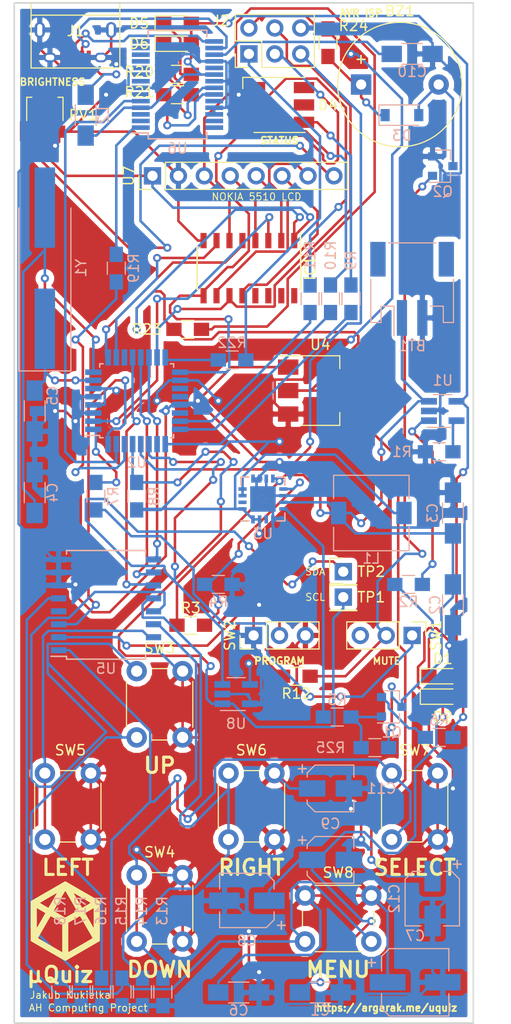
<source format=kicad_pcb>
(kicad_pcb (version 20171130) (host pcbnew 5.0.1)
  (layers (0 F.Cu signal) (31 B.Cu signal) (34 B.Paste user) (35 F.Paste user) (36 B.SilkS user) (37 F.SilkS user) (38 B.Mask user) (39 F.Mask user) (44 Edge.Cuts user))
  (net 0 "")
  (net 1 GND)
  (net 2 +BATT)
  (net 3 "Net-(BZ1-Pad2)")
  (net 4 VBUS)
  (net 5 "Net-(C4-Pad1)")
  (net 6 "Net-(C5-Pad1)")
  (net 7 "Net-(C10-Pad1)")
  (net 8 "Net-(D1-Pad1)")
  (net 9 "Net-(D2-Pad2)")
  (net 10 "Net-(D4-Pad4)")
  (net 11 "Net-(D4-Pad3)")
  (net 12 "Net-(D4-Pad2)")
  (net 13 "Net-(D5-Pad1)")
  (net 14 "Net-(D6-Pad1)")
  (net 15 "Net-(J1-Pad4)")
  (net 16 "Net-(J1-Pad3)")
  (net 17 "Net-(J1-Pad2)")
  (net 18 "Net-(J1-Pad1)")
  (net 19 /RESET)
  (net 20 /MOSI)
  (net 21 /SCK)
  (net 22 /MISO)
  (net 23 "Net-(L1-Pad2)")
  (net 24 "Net-(Q1-Pad1)")
  (net 25 "Net-(Q1-Pad2)")
  (net 26 "Net-(Q2-Pad1)")
  (net 27 "Net-(R1-Pad1)")
  (net 28 "Net-(R2-Pad2)")
  (net 29 "Net-(R3-Pad2)")
  (net 30 /LBO)
  (net 31 /BUZZ)
  (net 32 "Net-(R7-Pad1)")
  (net 33 /BLUE)
  (net 34 /GREEN)
  (net 35 /RED)
  (net 36 "Net-(R13-Pad1)")
  (net 37 "Net-(R14-Pad1)")
  (net 38 "Net-(R15-Pad1)")
  (net 39 "Net-(R16-Pad1)")
  (net 40 "Net-(R17-Pad1)")
  (net 41 "Net-(R18-Pad1)")
  (net 42 /TX)
  (net 43 "Net-(R19-Pad2)")
  (net 44 "Net-(R20-Pad1)")
  (net 45 "Net-(R21-Pad1)")
  (net 46 "Net-(RV1-Pad2)")
  (net 47 "Net-(SW1-Pad3)")
  (net 48 "Net-(SW2-Pad2)")
  (net 49 /BTN_IN)
  (net 50 /RX)
  (net 51 "Net-(U2-Pad26)")
  (net 52 "Net-(U2-Pad22)")
  (net 53 "Net-(U2-Pad20)")
  (net 54 "Net-(U2-Pad19)")
  (net 55 /S2)
  (net 56 /S1)
  (net 57 /S0)
  (net 58 "Net-(U2-Pad11)")
  (net 59 "Net-(U3-Pad14)")
  (net 60 "Net-(U3-Pad2)")
  (net 61 "Net-(U5-Pad4)")
  (net 62 "Net-(U6-Pad28)")
  (net 63 "Net-(U6-Pad27)")
  (net 64 "Net-(U6-Pad19)")
  (net 65 "Net-(U6-Pad14)")
  (net 66 "Net-(U6-Pad13)")
  (net 67 "Net-(U6-Pad12)")
  (net 68 "Net-(U6-Pad11)")
  (net 69 "Net-(U6-Pad10)")
  (net 70 "Net-(U6-Pad9)")
  (net 71 "Net-(U6-Pad6)")
  (net 72 "Net-(U6-Pad3)")
  (net 73 "Net-(U6-Pad2)")
  (net 74 +3V3)
  (net 75 "Net-(IC1-Pad16)")
  (net 76 "Net-(IC1-Pad15)")
  (net 77 "Net-(IC1-Pad14)")
  (net 78 "Net-(IC1-Pad13)")
  (net 79 "Net-(IC1-Pad12)")
  (net 80 "Net-(IC1-Pad10)")
  (net 81 "Net-(IC1-Pad7)")
  (net 82 "Net-(IC1-Pad6)")
  (net 83 "Net-(IC1-Pad5)")
  (net 84 "Net-(IC1-Pad4)")
  (net 85 "Net-(IC1-Pad3)")
  (net 86 "Net-(IC1-Pad2)")
  (net 87 "Net-(R22-Pad2)")
  (net 88 /SCL)
  (net 89 /SDA)
  (net 90 "Net-(BZ1-Pad1)")
  (net 91 +5V)
  (module Connectors_JST:JST_PH_S2B-PH-SM4-TB_02x2.00mm_Angled (layer B.Cu) (at 89 78)
    (fp_text reference BT1 (at 0 5.625) (layer B.SilkS) (effects (justify mirror)))
    (fp_text value Battery)
    (pad "" smd rect (at 3.35 -2.875) (size 1.5 3.4) (layers B.Cu B.Paste B.Mask))
    (pad "" smd rect (at -3.35 -2.875) (size 1.5 3.4) (layers B.Cu B.Paste B.Mask))
    (pad 2 smd rect (at 1 2.875) (size 1 3.5) (layers B.Cu B.Paste B.Mask) (net 1 GND))
    (pad 1 smd rect (at -1 2.875) (size 1 3.5) (layers B.Cu B.Paste B.Mask) (net 2 +BATT))
  )
  (module Buzzers_Beepers:Buzzer_12x9.5RM7.6 (layer F.Cu) (at 84 58)
    (fp_text reference BZ1 (at 3.8 -7.2) (layer F.SilkS))
    (fp_text value Buzzer)
    (fp_text user + (at -0.01 -2.54) (layer F.SilkS))
    (pad 2 thru_hole circle (at 7.6 0) (size 2 2) (drill 1) (layers *.Cu *.Mask) (net 3 "Net-(BZ1-Pad2)"))
    (pad 1 thru_hole rect (at 0 0) (size 2 2) (drill 1) (layers *.Cu *.Mask) (net 90 "Net-(BZ1-Pad1)"))
  )
  (module Capacitors_SMD:C_1206_HandSoldering (layer B.Cu) (at 80 147)
    (fp_text reference C1 (at 0 1.75) (layer B.SilkS) (effects (justify mirror)))
    (fp_text value 4.7uF)
    (pad 2 smd rect (at 2 0) (size 2 1.6) (layers B.Cu B.Paste B.Mask) (net 1 GND))
    (pad 1 smd rect (at -2 0) (size 2 1.6) (layers B.Cu B.Paste B.Mask) (net 4 VBUS))
  )
  (module Capacitors_SMD:C_1206_HandSoldering (layer B.Cu) (at 93 109 270)
    (fp_text reference C2 (at 0 1.75 270) (layer B.SilkS) (effects (justify mirror)))
    (fp_text value 4.7uF)
    (pad 1 smd rect (at -2 0 270) (size 2 1.6) (layers B.Cu B.Paste B.Mask) (net 2 +BATT))
    (pad 2 smd rect (at 2 0 270) (size 2 1.6) (layers B.Cu B.Paste B.Mask) (net 1 GND))
  )
  (module Capacitors_SMD:C_1206_HandSoldering (layer B.Cu) (at 93 100 90)
    (fp_text reference C3 (at 0 -2 90) (layer B.SilkS) (effects (justify mirror)))
    (fp_text value 10uF)
    (pad 2 smd rect (at 2 0 90) (size 2 1.6) (layers B.Cu B.Paste B.Mask) (net 1 GND))
    (pad 1 smd rect (at -2 0 90) (size 2 1.6) (layers B.Cu B.Paste B.Mask) (net 2 +BATT))
  )
  (module Capacitors_SMD:C_1206_HandSoldering (layer B.Cu) (at 52 98 90)
    (fp_text reference C4 (at 0 1.75 90) (layer B.SilkS) (effects (justify mirror)))
    (fp_text value 22pF)
    (pad 2 smd rect (at 2 0 90) (size 2 1.6) (layers B.Cu B.Paste B.Mask) (net 1 GND))
    (pad 1 smd rect (at -2 0 90) (size 2 1.6) (layers B.Cu B.Paste B.Mask) (net 5 "Net-(C4-Pad1)"))
  )
  (module Capacitors_SMD:C_1206_HandSoldering (layer B.Cu) (at 52 90 270)
    (fp_text reference C5 (at -1.5 -1.75 270) (layer B.SilkS) (effects (justify mirror)))
    (fp_text value 22pF)
    (pad 1 smd rect (at -2 0 270) (size 2 1.6) (layers B.Cu B.Paste B.Mask) (net 6 "Net-(C5-Pad1)"))
    (pad 2 smd rect (at 2 0 270) (size 2 1.6) (layers B.Cu B.Paste B.Mask) (net 1 GND))
  )
  (module Capacitors_SMD:C_1206_HandSoldering (layer B.Cu) (at 72 147)
    (fp_text reference C6 (at 0 1.75) (layer B.SilkS) (effects (justify mirror)))
    (fp_text value 2.2uF)
    (pad 1 smd rect (at -2 0) (size 2 1.6) (layers B.Cu B.Paste B.Mask) (net 91 +5V))
    (pad 2 smd rect (at 2 0) (size 2 1.6) (layers B.Cu B.Paste B.Mask) (net 1 GND))
  )
  (module Capacitors_SMD:CP_Elec_6.3x5.3 (layer B.Cu) (at 89.3 146)
    (fp_text reference C7 (at 0 -4.56) (layer B.SilkS) (effects (justify mirror)))
    (fp_text value 100uF)
    (fp_text user + (at -4.28 -2) (layer B.SilkS) (effects (justify mirror)))
    (pad 2 smd rect (at 2.7 0 180) (size 3.5 1.6) (layers B.Cu B.Paste B.Mask) (net 1 GND))
    (pad 1 smd rect (at -2.7 0 180) (size 3.5 1.6) (layers B.Cu B.Paste B.Mask) (net 91 +5V))
  )
  (module Capacitors_SMD:CP_Elec_5x5.3 (layer B.Cu) (at 72.8 138 180)
    (fp_text reference C8 (at 0 -3.92 180) (layer B.SilkS) (effects (justify mirror)))
    (fp_text value 10uF)
    (fp_text user + (at -3.38 -2.34 180) (layer B.SilkS) (effects (justify mirror)))
    (pad 2 smd rect (at 2.2 0) (size 3 1.6) (layers B.Cu B.Paste B.Mask) (net 1 GND))
    (pad 1 smd rect (at -2.2 0) (size 3 1.6) (layers B.Cu B.Paste B.Mask) (net 4 VBUS))
  )
  (module Capacitors_SMD:CP_Elec_4x5.7 (layer B.Cu) (at 81 134)
    (fp_text reference C9 (at 0 -3.54) (layer B.SilkS) (effects (justify mirror)))
    (fp_text value 0.1uF)
    (fp_text user + (at -2.77 -2.01) (layer B.SilkS) (effects (justify mirror)))
    (pad 2 smd rect (at 1.8 0 180) (size 2.6 1.6) (layers B.Cu B.Paste B.Mask) (net 1 GND))
    (pad 1 smd rect (at -1.8 0 180) (size 2.6 1.6) (layers B.Cu B.Paste B.Mask) (net 4 VBUS))
  )
  (module Capacitors_SMD:C_1206_HandSoldering (layer B.Cu) (at 89 55)
    (fp_text reference C10 (at 0 1.75) (layer B.SilkS) (effects (justify mirror)))
    (fp_text value 100nF)
    (pad 1 smd rect (at -2 0) (size 2 1.6) (layers B.Cu B.Paste B.Mask) (net 7 "Net-(C10-Pad1)"))
    (pad 2 smd rect (at 2 0) (size 2 1.6) (layers B.Cu B.Paste B.Mask) (net 1 GND))
  )
  (module Capacitors_SMD:CP_Elec_4x5.7 (layer B.Cu) (at 81 127)
    (fp_text reference C11 (at 5 0) (layer B.SilkS) (effects (justify mirror)))
    (fp_text value 0.1uF)
    (fp_text user + (at -2.77 -2.01) (layer B.SilkS) (effects (justify mirror)))
    (pad 1 smd rect (at -1.8 0 180) (size 2.6 1.6) (layers B.Cu B.Paste B.Mask) (net 91 +5V))
    (pad 2 smd rect (at 1.8 0 180) (size 2.6 1.6) (layers B.Cu B.Paste B.Mask) (net 1 GND))
  )
  (module Capacitors_SMD:CP_Elec_5x5.3 (layer B.Cu) (at 91 137.8 270)
    (fp_text reference C12 (at 0 3.75 270) (layer B.SilkS) (effects (justify mirror)))
    (fp_text value 10uF)
    (fp_text user + (at -3.38 -2.34 270) (layer B.SilkS) (effects (justify mirror)))
    (pad 1 smd rect (at -2.2 0 90) (size 3 1.6) (layers B.Cu B.Paste B.Mask) (net 74 +3V3))
    (pad 2 smd rect (at 2.2 0 90) (size 3 1.6) (layers B.Cu B.Paste B.Mask) (net 1 GND))
  )
  (module LEDs:LED_0805_HandSoldering (layer F.Cu) (at 92 116)
    (fp_text reference D1 (at 0 -1.7) (layer F.SilkS))
    (fp_text value LED)
    (pad 1 smd rect (at -1.35 0) (size 1.5 1.3) (layers F.Cu F.Paste F.Mask) (net 8 "Net-(D1-Pad1)"))
    (pad 2 smd rect (at 1.35 0) (size 1.5 1.3) (layers F.Cu F.Paste F.Mask) (net 4 VBUS))
  )
  (module LEDs:LED_0805_HandSoldering (layer F.Cu) (at 92 118)
    (fp_text reference D2 (at 0 2) (layer F.SilkS))
    (fp_text value LED)
    (pad 2 smd rect (at 1.35 0) (size 1.5 1.3) (layers F.Cu F.Paste F.Mask) (net 9 "Net-(D2-Pad2)"))
    (pad 1 smd rect (at -1.35 0) (size 1.5 1.3) (layers F.Cu F.Paste F.Mask) (net 1 GND))
  )
  (module Diodes_SMD:D_SOD-123 (layer B.Cu) (at 88 61)
    (fp_text reference D3 (at 0 2) (layer B.SilkS) (effects (justify mirror)))
    (fp_text value 1N4148W)
    (pad 2 smd rect (at 1.65 0) (size 0.9 1.2) (layers B.Cu B.Paste B.Mask) (net 3 "Net-(BZ1-Pad2)"))
    (pad 1 smd rect (at -1.65 0) (size 0.9 1.2) (layers B.Cu B.Paste B.Mask) (net 90 "Net-(BZ1-Pad1)"))
  )
  (module LEDs:LED_RGB_5050-6 (layer F.Cu) (at 76 60)
    (fp_text reference D4 (at 4.75 0 180) (layer F.SilkS))
    (fp_text value LED_CRGB)
    (pad 6 smd rect (at 2.4 -1.7 90) (size 1.1 2) (layers F.Cu F.Paste F.Mask))
    (pad 5 smd rect (at 2.4 0 90) (size 1.1 2) (layers F.Cu F.Paste F.Mask))
    (pad 4 smd rect (at 2.4 1.7 90) (size 1.1 2) (layers F.Cu F.Paste F.Mask) (net 10 "Net-(D4-Pad4)"))
    (pad 3 smd rect (at -2.4 1.7 90) (size 1.1 2) (layers F.Cu F.Paste F.Mask) (net 11 "Net-(D4-Pad3)"))
    (pad 2 smd rect (at -2.4 0 90) (size 1.1 2) (layers F.Cu F.Paste F.Mask) (net 12 "Net-(D4-Pad2)"))
    (pad 1 smd rect (at -2.4 -1.7 90) (size 1.1 2) (layers F.Cu F.Paste F.Mask) (net 1 GND))
  )
  (module LEDs:LED_0805_HandSoldering (layer F.Cu) (at 66 52)
    (fp_text reference D5 (at -3.75 0) (layer F.SilkS))
    (fp_text value LED)
    (pad 1 smd rect (at -1.35 0) (size 1.5 1.3) (layers F.Cu F.Paste F.Mask) (net 13 "Net-(D5-Pad1)"))
    (pad 2 smd rect (at 1.35 0) (size 1.5 1.3) (layers F.Cu F.Paste F.Mask) (net 4 VBUS))
  )
  (module LEDs:LED_0805_HandSoldering (layer F.Cu) (at 66 54)
    (fp_text reference D6 (at -3.75 0) (layer F.SilkS))
    (fp_text value LED)
    (pad 2 smd rect (at 1.35 0) (size 1.5 1.3) (layers F.Cu F.Paste F.Mask) (net 4 VBUS))
    (pad 1 smd rect (at -1.35 0) (size 1.5 1.3) (layers F.Cu F.Paste F.Mask) (net 14 "Net-(D6-Pad1)"))
  )
  (module Housings_SOIC:SOIC-16_3.9x9.9mm_Pitch1.27mm (layer F.Cu) (at 73 76 270)
    (fp_text reference IC1 (at 0 -6 270) (layer F.SilkS))
    (fp_text value 74HC4050)
    (pad 16 smd rect (at 2.7 -4.445 270) (size 1.5 0.6) (layers F.Cu F.Paste F.Mask) (net 75 "Net-(IC1-Pad16)"))
    (pad 15 smd rect (at 2.7 -3.175 270) (size 1.5 0.6) (layers F.Cu F.Paste F.Mask) (net 76 "Net-(IC1-Pad15)"))
    (pad 14 smd rect (at 2.7 -1.905 270) (size 1.5 0.6) (layers F.Cu F.Paste F.Mask) (net 77 "Net-(IC1-Pad14)"))
    (pad 13 smd rect (at 2.7 -0.635 270) (size 1.5 0.6) (layers F.Cu F.Paste F.Mask) (net 78 "Net-(IC1-Pad13)"))
    (pad 12 smd rect (at 2.7 0.635 270) (size 1.5 0.6) (layers F.Cu F.Paste F.Mask) (net 79 "Net-(IC1-Pad12)"))
    (pad 11 smd rect (at 2.7 1.905 270) (size 1.5 0.6) (layers F.Cu F.Paste F.Mask) (net 20 /MOSI))
    (pad 10 smd rect (at 2.7 3.175 270) (size 1.5 0.6) (layers F.Cu F.Paste F.Mask) (net 80 "Net-(IC1-Pad10)"))
    (pad 9 smd rect (at 2.7 4.445 270) (size 1.5 0.6) (layers F.Cu F.Paste F.Mask) (net 21 /SCK))
    (pad 8 smd rect (at -2.7 4.445 270) (size 1.5 0.6) (layers F.Cu F.Paste F.Mask) (net 1 GND))
    (pad 7 smd rect (at -2.7 3.175 270) (size 1.5 0.6) (layers F.Cu F.Paste F.Mask) (net 81 "Net-(IC1-Pad7)"))
    (pad 6 smd rect (at -2.7 1.905 270) (size 1.5 0.6) (layers F.Cu F.Paste F.Mask) (net 82 "Net-(IC1-Pad6)"))
    (pad 5 smd rect (at -2.7 0.635 270) (size 1.5 0.6) (layers F.Cu F.Paste F.Mask) (net 83 "Net-(IC1-Pad5)"))
    (pad 4 smd rect (at -2.7 -0.635 270) (size 1.5 0.6) (layers F.Cu F.Paste F.Mask) (net 84 "Net-(IC1-Pad4)"))
    (pad 3 smd rect (at -2.7 -1.905 270) (size 1.5 0.6) (layers F.Cu F.Paste F.Mask) (net 85 "Net-(IC1-Pad3)"))
    (pad 2 smd rect (at -2.7 -3.175 270) (size 1.5 0.6) (layers F.Cu F.Paste F.Mask) (net 86 "Net-(IC1-Pad2)"))
    (pad 1 smd rect (at -2.7 -4.445 270) (size 1.5 0.6) (layers F.Cu F.Paste F.Mask) (net 74 +3V3))
  )
  (module Connectors:USB_Micro-B (layer F.Cu) (at 56 54 180)
    (fp_text reference J1 (at 0 1.25 180) (layer F.SilkS))
    (fp_text value USB_B_Micro)
    (pad 6 thru_hole oval (at 3.5 1.35 270) (size 1.55 1) (drill oval 1.15 0.5) (layers *.Cu *.Mask) (net 1 GND))
    (pad 6 thru_hole oval (at -3.5 1.35 270) (size 1.55 1) (drill oval 1.15 0.5) (layers *.Cu *.Mask) (net 1 GND))
    (pad 6 thru_hole oval (at 2.5 -1.35 270) (size 0.95 1.25) (drill oval 0.55 0.85) (layers *.Cu *.Mask) (net 1 GND))
    (pad 6 thru_hole oval (at -2.5 -1.35 270) (size 0.95 1.25) (drill oval 0.55 0.85) (layers *.Cu *.Mask) (net 1 GND))
    (pad 5 smd rect (at 1.3 -1.35 270) (size 1.35 0.4) (layers F.Cu F.Paste F.Mask) (net 1 GND))
    (pad 4 smd rect (at 0.65 -1.35 270) (size 1.35 0.4) (layers F.Cu F.Paste F.Mask) (net 15 "Net-(J1-Pad4)"))
    (pad 3 smd rect (at 0 -1.35 270) (size 1.35 0.4) (layers F.Cu F.Paste F.Mask) (net 16 "Net-(J1-Pad3)"))
    (pad 2 smd rect (at -0.65 -1.35 270) (size 1.35 0.4) (layers F.Cu F.Paste F.Mask) (net 17 "Net-(J1-Pad2)"))
    (pad 1 smd rect (at -1.3 -1.35 270) (size 1.35 0.4) (layers F.Cu F.Paste F.Mask) (net 18 "Net-(J1-Pad1)"))
  )
  (module Pin_Headers:Pin_Header_Straight_2x03_Pitch2.54mm (layer F.Cu) (at 73 55 90)
    (fp_text reference J2 (at 3.25 -2.75 180) (layer F.SilkS))
    (fp_text value "AVR ISP")
    (pad 6 thru_hole oval (at 2.54 5.08 90) (size 1.7 1.7) (drill 1) (layers *.Cu *.Mask) (net 1 GND))
    (pad 5 thru_hole oval (at 0 5.08 90) (size 1.7 1.7) (drill 1) (layers *.Cu *.Mask) (net 19 /RESET))
    (pad 4 thru_hole oval (at 2.54 2.54 90) (size 1.7 1.7) (drill 1) (layers *.Cu *.Mask) (net 20 /MOSI))
    (pad 3 thru_hole oval (at 0 2.54 90) (size 1.7 1.7) (drill 1) (layers *.Cu *.Mask) (net 21 /SCK))
    (pad 2 thru_hole oval (at 2.54 0 90) (size 1.7 1.7) (drill 1) (layers *.Cu *.Mask) (net 91 +5V))
    (pad 1 thru_hole rect (at 0 0 90) (size 1.7 1.7) (drill 1) (layers *.Cu *.Mask) (net 22 /MISO))
  )
  (module Inductors_SMD:L_7.3x7.3_H4.5 (layer B.Cu) (at 85 100)
    (fp_text reference L1 (at 0 4.45) (layer B.SilkS) (effects (justify mirror)))
    (fp_text value 6.8uH)
    (pad 2 smd rect (at 3.2 0) (size 1.5 2.2) (layers B.Cu B.Paste B.Mask) (net 23 "Net-(L1-Pad2)"))
    (pad 1 smd rect (at -3.2 0) (size 1.5 2.2) (layers B.Cu B.Paste B.Mask) (net 2 +BATT))
  )
  (module Capacitors_SMD:C_1206_HandSoldering (layer B.Cu) (at 57 61 90)
    (fp_text reference L2 (at 0 1.75 90) (layer B.SilkS) (effects (justify mirror)))
    (fp_text value "Ferrite Bead")
    (pad 2 smd rect (at 2 0 90) (size 2 1.6) (layers B.Cu B.Paste B.Mask) (net 18 "Net-(J1-Pad1)"))
    (pad 1 smd rect (at -2 0 90) (size 2 1.6) (layers B.Cu B.Paste B.Mask) (net 4 VBUS))
  )
  (module TO_SOT_Packages_SMD:SOT-23 (layer B.Cu) (at 87 119)
    (fp_text reference Q1 (at 0 2.5) (layer B.SilkS) (effects (justify mirror)))
    (fp_text value BC817)
    (pad 1 smd rect (at -1 0.95) (size 0.9 0.8) (layers B.Cu B.Paste B.Mask) (net 24 "Net-(Q1-Pad1)"))
    (pad 2 smd rect (at -1 -0.95) (size 0.9 0.8) (layers B.Cu B.Paste B.Mask) (net 25 "Net-(Q1-Pad2)"))
    (pad 3 smd rect (at 1 0) (size 0.9 0.8) (layers B.Cu B.Paste B.Mask) (net 2 +BATT))
  )
  (module TO_SOT_Packages_SMD:SOT-23 (layer B.Cu) (at 92 66)
    (fp_text reference Q2 (at 0 2.5) (layer B.SilkS) (effects (justify mirror)))
    (fp_text value BC817)
    (pad 3 smd rect (at 1 0) (size 0.9 0.8) (layers B.Cu B.Paste B.Mask) (net 3 "Net-(BZ1-Pad2)"))
    (pad 2 smd rect (at -1 -0.95) (size 0.9 0.8) (layers B.Cu B.Paste B.Mask) (net 1 GND))
    (pad 1 smd rect (at -1 0.95) (size 0.9 0.8) (layers B.Cu B.Paste B.Mask) (net 26 "Net-(Q2-Pad1)"))
  )
  (module Resistors_SMD:R_0805_HandSoldering (layer B.Cu) (at 91.65 94 180)
    (fp_text reference R1 (at 3.65 0 180) (layer B.SilkS) (effects (justify mirror)))
    (fp_text value 2K)
    (pad 1 smd rect (at -1.35 0 180) (size 1.5 1.3) (layers B.Cu B.Paste B.Mask) (net 27 "Net-(R1-Pad1)"))
    (pad 2 smd rect (at 1.35 0 180) (size 1.5 1.3) (layers B.Cu B.Paste B.Mask) (net 1 GND))
  )
  (module Resistors_SMD:R_0805_HandSoldering (layer B.Cu) (at 88.65 107)
    (fp_text reference R2 (at 0 1.7) (layer B.SilkS) (effects (justify mirror)))
    (fp_text value 470R)
    (pad 2 smd rect (at 1.35 0) (size 1.5 1.3) (layers B.Cu B.Paste B.Mask) (net 28 "Net-(R2-Pad2)"))
    (pad 1 smd rect (at -1.35 0) (size 1.5 1.3) (layers B.Cu B.Paste B.Mask) (net 8 "Net-(D1-Pad1)"))
  )
  (module Resistors_SMD:R_0805_HandSoldering (layer F.Cu) (at 67.3 111)
    (fp_text reference R3 (at 0 -1.7) (layer F.SilkS))
    (fp_text value 1.87M)
    (pad 1 smd rect (at -1.35 0) (size 1.5 1.3) (layers F.Cu F.Paste F.Mask) (net 2 +BATT))
    (pad 2 smd rect (at 1.35 0) (size 1.5 1.3) (layers F.Cu F.Paste F.Mask) (net 29 "Net-(R3-Pad2)"))
  )
  (module Resistors_SMD:R_0805_HandSoldering (layer B.Cu) (at 70 107)
    (fp_text reference R4 (at 0 1.7) (layer B.SilkS) (effects (justify mirror)))
    (fp_text value 340K)
    (pad 2 smd rect (at 1.35 0) (size 1.5 1.3) (layers B.Cu B.Paste B.Mask) (net 1 GND))
    (pad 1 smd rect (at -1.35 0) (size 1.5 1.3) (layers B.Cu B.Paste B.Mask) (net 29 "Net-(R3-Pad2)"))
  )
  (module Resistors_SMD:R_0805_HandSoldering (layer B.Cu) (at 81.65 120 180)
    (fp_text reference R5 (at 0 1.7 180) (layer B.SilkS) (effects (justify mirror)))
    (fp_text value 1K)
    (pad 2 smd rect (at 1.35 0 180) (size 1.5 1.3) (layers B.Cu B.Paste B.Mask) (net 30 /LBO))
    (pad 1 smd rect (at -1.35 0 180) (size 1.5 1.3) (layers B.Cu B.Paste B.Mask) (net 24 "Net-(Q1-Pad1)"))
  )
  (module Resistors_SMD:R_0805_HandSoldering (layer B.Cu) (at 91.65 122 180)
    (fp_text reference R6 (at 0 1.7 180) (layer B.SilkS) (effects (justify mirror)))
    (fp_text value 1K)
    (pad 1 smd rect (at -1.35 0 180) (size 1.5 1.3) (layers B.Cu B.Paste B.Mask) (net 9 "Net-(D2-Pad2)"))
    (pad 2 smd rect (at 1.35 0 180) (size 1.5 1.3) (layers B.Cu B.Paste B.Mask) (net 25 "Net-(Q1-Pad2)"))
  )
  (module Resistors_SMD:R_0805_HandSoldering (layer B.Cu) (at 58 98.35 90)
    (fp_text reference R7 (at 0 1.7 90) (layer B.SilkS) (effects (justify mirror)))
    (fp_text value 1K)
    (pad 1 smd rect (at -1.35 0 90) (size 1.5 1.3) (layers B.Cu B.Paste B.Mask) (net 32 "Net-(R7-Pad1)"))
    (pad 2 smd rect (at 1.35 0 90) (size 1.5 1.3) (layers B.Cu B.Paste B.Mask) (net 31 /BUZZ))
  )
  (module Resistors_SMD:R_0805_HandSoldering (layer B.Cu) (at 62 98.35 90)
    (fp_text reference R8 (at 0 1.7 90) (layer B.SilkS) (effects (justify mirror)))
    (fp_text value 10K)
    (pad 2 smd rect (at 1.35 0 90) (size 1.5 1.3) (layers B.Cu B.Paste B.Mask) (net 19 /RESET))
    (pad 1 smd rect (at -1.35 0 90) (size 1.5 1.3) (layers B.Cu B.Paste B.Mask) (net 91 +5V))
  )
  (module Resistors_SMD:R_0805_HandSoldering (layer B.Cu) (at 83 79 270)
    (fp_text reference R9 (at -3.75 0 270) (layer B.SilkS) (effects (justify mirror)))
    (fp_text value 1K)
    (pad 2 smd rect (at 1.35 0 270) (size 1.5 1.3) (layers B.Cu B.Paste B.Mask) (net 33 /BLUE))
    (pad 1 smd rect (at -1.35 0 270) (size 1.5 1.3) (layers B.Cu B.Paste B.Mask) (net 10 "Net-(D4-Pad4)"))
  )
  (module Resistors_SMD:R_0805_HandSoldering (layer B.Cu) (at 81 79 270)
    (fp_text reference R10 (at -4.25 0 270) (layer B.SilkS) (effects (justify mirror)))
    (fp_text value 1K)
    (pad 1 smd rect (at -1.35 0 270) (size 1.5 1.3) (layers B.Cu B.Paste B.Mask) (net 11 "Net-(D4-Pad3)"))
    (pad 2 smd rect (at 1.35 0 270) (size 1.5 1.3) (layers B.Cu B.Paste B.Mask) (net 34 /GREEN))
  )
  (module Resistors_SMD:R_0805_HandSoldering (layer B.Cu) (at 79 79 270)
    (fp_text reference R11 (at -4.25 0 270) (layer B.SilkS) (effects (justify mirror)))
    (fp_text value 1K)
    (pad 2 smd rect (at 1.35 0 270) (size 1.5 1.3) (layers B.Cu B.Paste B.Mask) (net 35 /RED))
    (pad 1 smd rect (at -1.35 0 270) (size 1.5 1.3) (layers B.Cu B.Paste B.Mask) (net 12 "Net-(D4-Pad2)"))
  )
  (module Resistors_SMD:R_0805_HandSoldering (layer F.Cu) (at 77.65 116 180)
    (fp_text reference R12 (at 0 -1.7 180) (layer F.SilkS))
    (fp_text value 100K)
    (pad 2 smd rect (at 1.35 0 180) (size 1.5 1.3) (layers F.Cu F.Paste F.Mask) (net 1 GND))
    (pad 1 smd rect (at -1.35 0 180) (size 1.5 1.3) (layers F.Cu F.Paste F.Mask) (net 26 "Net-(Q2-Pad1)"))
  )
  (module Resistors_SMD:R_0805_HandSoldering (layer B.Cu) (at 56.564157 146.940652 270)
    (fp_text reference R13 (at -7.940652 -7.935843 270) (layer B.SilkS) (effects (justify mirror)))
    (fp_text value 10K)
    (pad 2 smd rect (at 1.35 0 270) (size 1.5 1.3) (layers B.Cu B.Paste B.Mask) (net 1 GND))
    (pad 1 smd rect (at -1.35 0 270) (size 1.5 1.3) (layers B.Cu B.Paste B.Mask) (net 36 "Net-(R13-Pad1)"))
  )
  (module Resistors_SMD:R_0805_HandSoldering (layer B.Cu) (at 64.564157 146.940652 270)
    (fp_text reference R14 (at -7.940652 2.064157 270) (layer B.SilkS) (effects (justify mirror)))
    (fp_text value 10K)
    (pad 1 smd rect (at -1.35 0 270) (size 1.5 1.3) (layers B.Cu B.Paste B.Mask) (net 37 "Net-(R14-Pad1)"))
    (pad 2 smd rect (at 1.35 0 270) (size 1.5 1.3) (layers B.Cu B.Paste B.Mask) (net 1 GND))
  )
  (module Resistors_SMD:R_0805_HandSoldering (layer B.Cu) (at 58.564157 146.940652 270)
    (fp_text reference R15 (at -7.940652 -1.935843 270) (layer B.SilkS) (effects (justify mirror)))
    (fp_text value 10K)
    (pad 1 smd rect (at -1.35 0 270) (size 1.5 1.3) (layers B.Cu B.Paste B.Mask) (net 38 "Net-(R15-Pad1)"))
    (pad 2 smd rect (at 1.35 0 270) (size 1.5 1.3) (layers B.Cu B.Paste B.Mask) (net 1 GND))
  )
  (module Resistors_SMD:R_0805_HandSoldering (layer B.Cu) (at 62.564157 146.940652 270)
    (fp_text reference R16 (at -7.940652 4.064157 270) (layer B.SilkS) (effects (justify mirror)))
    (fp_text value 10K)
    (pad 1 smd rect (at -1.35 0 270) (size 1.5 1.3) (layers B.Cu B.Paste B.Mask) (net 39 "Net-(R16-Pad1)"))
    (pad 2 smd rect (at 1.35 0 270) (size 1.5 1.3) (layers B.Cu B.Paste B.Mask) (net 1 GND))
  )
  (module Resistors_SMD:R_0805_HandSoldering (layer B.Cu) (at 54.564157 146.940652 270)
    (fp_text reference R17 (at -7.940652 -1.935843 270) (layer B.SilkS) (effects (justify mirror)))
    (fp_text value 10K)
    (pad 2 smd rect (at 1.35 0 270) (size 1.5 1.3) (layers B.Cu B.Paste B.Mask) (net 1 GND))
    (pad 1 smd rect (at -1.35 0 270) (size 1.5 1.3) (layers B.Cu B.Paste B.Mask) (net 40 "Net-(R17-Pad1)"))
  )
  (module Resistors_SMD:R_0805_HandSoldering (layer B.Cu) (at 60.564157 146.940652 270)
    (fp_text reference R18 (at -7.940652 6.064157 270) (layer B.SilkS) (effects (justify mirror)))
    (fp_text value 10K)
    (pad 1 smd rect (at -1.35 0 270) (size 1.5 1.3) (layers B.Cu B.Paste B.Mask) (net 41 "Net-(R18-Pad1)"))
    (pad 2 smd rect (at 1.35 0 270) (size 1.5 1.3) (layers B.Cu B.Paste B.Mask) (net 1 GND))
  )
  (module Resistors_SMD:R_0805_HandSoldering (layer B.Cu) (at 60 76 90)
    (fp_text reference R19 (at 0 1.7 90) (layer B.SilkS) (effects (justify mirror)))
    (fp_text value 10R)
    (pad 2 smd rect (at 1.35 0 90) (size 1.5 1.3) (layers B.Cu B.Paste B.Mask) (net 43 "Net-(R19-Pad2)"))
    (pad 1 smd rect (at -1.35 0 90) (size 1.5 1.3) (layers B.Cu B.Paste B.Mask) (net 42 /TX))
  )
  (module Resistors_SMD:R_0805_HandSoldering (layer F.Cu) (at 66 57)
    (fp_text reference R20 (at -3.75 -0.25) (layer F.SilkS))
    (fp_text value 270R)
    (pad 2 smd rect (at 1.35 0) (size 1.5 1.3) (layers F.Cu F.Paste F.Mask) (net 13 "Net-(D5-Pad1)"))
    (pad 1 smd rect (at -1.35 0) (size 1.5 1.3) (layers F.Cu F.Paste F.Mask) (net 44 "Net-(R20-Pad1)"))
  )
  (module Resistors_SMD:R_0805_HandSoldering (layer F.Cu) (at 66 59)
    (fp_text reference R21 (at -3.75 -0.25) (layer F.SilkS))
    (fp_text value 270R)
    (pad 1 smd rect (at -1.35 0) (size 1.5 1.3) (layers F.Cu F.Paste F.Mask) (net 45 "Net-(R21-Pad1)"))
    (pad 2 smd rect (at 1.35 0) (size 1.5 1.3) (layers F.Cu F.Paste F.Mask) (net 14 "Net-(D6-Pad1)"))
  )
  (module Resistors_SMD:R_0805_HandSoldering (layer B.Cu) (at 71.35 85 180)
    (fp_text reference R22 (at 0 1.7 180) (layer B.SilkS) (effects (justify mirror)))
    (fp_text value 10K)
    (pad 2 smd rect (at 1.35 0 180) (size 1.5 1.3) (layers B.Cu B.Paste B.Mask) (net 87 "Net-(R22-Pad2)"))
    (pad 1 smd rect (at -1.35 0 180) (size 1.5 1.3) (layers B.Cu B.Paste B.Mask) (net 22 /MISO))
  )
  (module Resistors_SMD:R_0805_HandSoldering (layer F.Cu) (at 67 82)
    (fp_text reference R23 (at -4 0) (layer F.SilkS))
    (fp_text value 10K)
    (pad 1 smd rect (at -1.35 0) (size 1.5 1.3) (layers F.Cu F.Paste F.Mask) (net 74 +3V3))
    (pad 2 smd rect (at 1.35 0) (size 1.5 1.3) (layers F.Cu F.Paste F.Mask) (net 82 "Net-(IC1-Pad6)"))
  )
  (module Potentiometers:Potentiometer_Trimmer-EVM3E (layer F.Cu) (at 53 61)
    (fp_text reference RV1 (at 3.75 0) (layer F.SilkS))
    (fp_text value "10K Linear")
    (pad 2 smd rect (at 0 -1.62) (size 1.6 1.5) (layers F.Cu F.Paste F.Mask) (net 46 "Net-(RV1-Pad2)"))
    (pad 3 smd rect (at 1.4 1.62) (size 1.2 1.2) (layers F.Cu F.Paste F.Mask) (net 1 GND))
    (pad 1 smd rect (at -1.4 1.62) (size 1.2 1.2) (layers F.Cu F.Paste F.Mask) (net 74 +3V3))
  )
  (module Pin_Headers:Pin_Header_Straight_1x03_Pitch2.54mm (layer F.Cu) (at 89 112 270)
    (fp_text reference SW1 (at 0 -2.33 270) (layer F.SilkS))
    (fp_text value MUTE_SW)
    (pad 1 thru_hole rect (at 0 0 270) (size 1.7 1.7) (drill 1) (layers *.Cu *.Mask) (net 32 "Net-(R7-Pad1)"))
    (pad 2 thru_hole oval (at 0 2.54 270) (size 1.7 1.7) (drill 1) (layers *.Cu *.Mask) (net 26 "Net-(Q2-Pad1)"))
    (pad 3 thru_hole oval (at 0 5.08 270) (size 1.7 1.7) (drill 1) (layers *.Cu *.Mask) (net 47 "Net-(SW1-Pad3)"))
  )
  (module Pin_Headers:Pin_Header_Straight_1x03_Pitch2.54mm (layer F.Cu) (at 73.46 112 90)
    (fp_text reference SW2 (at 0 -2.33 90) (layer F.SilkS))
    (fp_text value PROG_SW)
    (pad 3 thru_hole oval (at 0 5.08 90) (size 1.7 1.7) (drill 1) (layers *.Cu *.Mask) (net 91 +5V))
    (pad 2 thru_hole oval (at 0 2.54 90) (size 1.7 1.7) (drill 1) (layers *.Cu *.Mask) (net 48 "Net-(SW2-Pad2)"))
    (pad 1 thru_hole rect (at 0 0 90) (size 1.7 1.7) (drill 1) (layers *.Cu *.Mask) (net 1 GND))
  )
  (module Buttons_Switches_THT:SW_PUSH_6mm (layer F.Cu) (at 62 122 90)
    (fp_text reference SW3 (at 8.75 2.25 180) (layer F.SilkS))
    (fp_text value SW_UP)
    (pad 2 thru_hole circle (at 0 4.5 180) (size 2 2) (drill 1.1) (layers *.Cu *.Mask) (net 91 +5V))
    (pad 1 thru_hole circle (at 0 0 180) (size 2 2) (drill 1.1) (layers *.Cu *.Mask) (net 36 "Net-(R13-Pad1)"))
    (pad 2 thru_hole circle (at 6.5 4.5 180) (size 2 2) (drill 1.1) (layers *.Cu *.Mask) (net 91 +5V))
    (pad 1 thru_hole circle (at 6.5 0 180) (size 2 2) (drill 1.1) (layers *.Cu *.Mask) (net 36 "Net-(R13-Pad1)"))
  )
  (module Buttons_Switches_THT:SW_PUSH_6mm (layer F.Cu) (at 62 142 90)
    (fp_text reference SW4 (at 8.75 2.25 180) (layer F.SilkS))
    (fp_text value SW_DOWN)
    (pad 1 thru_hole circle (at 6.5 0 180) (size 2 2) (drill 1.1) (layers *.Cu *.Mask) (net 37 "Net-(R14-Pad1)"))
    (pad 2 thru_hole circle (at 6.5 4.5 180) (size 2 2) (drill 1.1) (layers *.Cu *.Mask) (net 91 +5V))
    (pad 1 thru_hole circle (at 0 0 180) (size 2 2) (drill 1.1) (layers *.Cu *.Mask) (net 37 "Net-(R14-Pad1)"))
    (pad 2 thru_hole circle (at 0 4.5 180) (size 2 2) (drill 1.1) (layers *.Cu *.Mask) (net 91 +5V))
  )
  (module Buttons_Switches_THT:SW_PUSH_6mm (layer F.Cu) (at 53 132 90)
    (fp_text reference SW5 (at 8.75 2.5 180) (layer F.SilkS))
    (fp_text value SW_LEFT)
    (pad 1 thru_hole circle (at 6.5 0 180) (size 2 2) (drill 1.1) (layers *.Cu *.Mask) (net 38 "Net-(R15-Pad1)"))
    (pad 2 thru_hole circle (at 6.5 4.5 180) (size 2 2) (drill 1.1) (layers *.Cu *.Mask) (net 91 +5V))
    (pad 1 thru_hole circle (at 0 0 180) (size 2 2) (drill 1.1) (layers *.Cu *.Mask) (net 38 "Net-(R15-Pad1)"))
    (pad 2 thru_hole circle (at 0 4.5 180) (size 2 2) (drill 1.1) (layers *.Cu *.Mask) (net 91 +5V))
  )
  (module Buttons_Switches_THT:SW_PUSH_6mm (layer F.Cu) (at 71 132 90)
    (fp_text reference SW6 (at 8.75 2.25 180) (layer F.SilkS))
    (fp_text value SW_RIGHT)
    (pad 2 thru_hole circle (at 0 4.5 180) (size 2 2) (drill 1.1) (layers *.Cu *.Mask) (net 91 +5V))
    (pad 1 thru_hole circle (at 0 0 180) (size 2 2) (drill 1.1) (layers *.Cu *.Mask) (net 39 "Net-(R16-Pad1)"))
    (pad 2 thru_hole circle (at 6.5 4.5 180) (size 2 2) (drill 1.1) (layers *.Cu *.Mask) (net 91 +5V))
    (pad 1 thru_hole circle (at 6.5 0 180) (size 2 2) (drill 1.1) (layers *.Cu *.Mask) (net 39 "Net-(R16-Pad1)"))
  )
  (module Buttons_Switches_THT:SW_PUSH_6mm (layer F.Cu) (at 87 132 90)
    (fp_text reference SW7 (at 8.75 2.25 180) (layer F.SilkS))
    (fp_text value SW_ENTER)
    (pad 2 thru_hole circle (at 0 4.5 180) (size 2 2) (drill 1.1) (layers *.Cu *.Mask) (net 91 +5V))
    (pad 1 thru_hole circle (at 0 0 180) (size 2 2) (drill 1.1) (layers *.Cu *.Mask) (net 40 "Net-(R17-Pad1)"))
    (pad 2 thru_hole circle (at 6.5 4.5 180) (size 2 2) (drill 1.1) (layers *.Cu *.Mask) (net 91 +5V))
    (pad 1 thru_hole circle (at 6.5 0 180) (size 2 2) (drill 1.1) (layers *.Cu *.Mask) (net 40 "Net-(R17-Pad1)"))
  )
  (module Buttons_Switches_THT:SW_PUSH_6mm (layer F.Cu) (at 85 142 180)
    (fp_text reference SW8 (at 3.25 6.75 180) (layer F.SilkS))
    (fp_text value SW_MENU)
    (pad 1 thru_hole circle (at 6.5 0 270) (size 2 2) (drill 1.1) (layers *.Cu *.Mask) (net 41 "Net-(R18-Pad1)"))
    (pad 2 thru_hole circle (at 6.5 4.5 270) (size 2 2) (drill 1.1) (layers *.Cu *.Mask) (net 91 +5V))
    (pad 1 thru_hole circle (at 0 0 270) (size 2 2) (drill 1.1) (layers *.Cu *.Mask) (net 41 "Net-(R18-Pad1)"))
    (pad 2 thru_hole circle (at 0 4.5 270) (size 2 2) (drill 1.1) (layers *.Cu *.Mask) (net 91 +5V))
  )
  (module TO_SOT_Packages_SMD:SOT-23-5_HandSoldering (layer B.Cu) (at 92 90)
    (fp_text reference U1 (at 0 -3) (layer B.SilkS) (effects (justify mirror)))
    (fp_text value MCP73831-2-OT)
    (pad 5 smd rect (at 1.35 0.95) (size 1.56 0.65) (layers B.Cu B.Paste B.Mask) (net 27 "Net-(R1-Pad1)"))
    (pad 4 smd rect (at 1.35 -0.95) (size 1.56 0.65) (layers B.Cu B.Paste B.Mask) (net 4 VBUS))
    (pad 3 smd rect (at -1.35 -0.95) (size 1.56 0.65) (layers B.Cu B.Paste B.Mask) (net 2 +BATT))
    (pad 2 smd rect (at -1.35 0) (size 1.56 0.65) (layers B.Cu B.Paste B.Mask) (net 1 GND))
    (pad 1 smd rect (at -1.35 0.95) (size 1.56 0.65) (layers B.Cu B.Paste B.Mask) (net 28 "Net-(R2-Pad2)"))
  )
  (module Housings_QFP:TQFP-32_7x7mm_Pitch0.8mm (layer B.Cu) (at 62 89)
    (fp_text reference U2 (at 0 6.05) (layer B.SilkS) (effects (justify mirror)))
    (fp_text value ATmega328P-AU)
    (pad 32 smd rect (at -2.8 4.25 270) (size 1.6 0.55) (layers B.Cu B.Paste B.Mask) (net 49 /BTN_IN))
    (pad 31 smd rect (at -2 4.25 270) (size 1.6 0.55) (layers B.Cu B.Paste B.Mask) (net 50 /RX))
    (pad 30 smd rect (at -1.2 4.25 270) (size 1.6 0.55) (layers B.Cu B.Paste B.Mask) (net 42 /TX))
    (pad 29 smd rect (at -0.4 4.25 270) (size 1.6 0.55) (layers B.Cu B.Paste B.Mask) (net 19 /RESET))
    (pad 28 smd rect (at 0.4 4.25 270) (size 1.6 0.55) (layers B.Cu B.Paste B.Mask) (net 88 /SCL))
    (pad 27 smd rect (at 1.2 4.25 270) (size 1.6 0.55) (layers B.Cu B.Paste B.Mask) (net 89 /SDA))
    (pad 26 smd rect (at 2 4.25 270) (size 1.6 0.55) (layers B.Cu B.Paste B.Mask) (net 51 "Net-(U2-Pad26)"))
    (pad 25 smd rect (at 2.8 4.25 270) (size 1.6 0.55) (layers B.Cu B.Paste B.Mask) (net 33 /BLUE))
    (pad 24 smd rect (at 4.25 2.8) (size 1.6 0.55) (layers B.Cu B.Paste B.Mask) (net 34 /GREEN))
    (pad 23 smd rect (at 4.25 2) (size 1.6 0.55) (layers B.Cu B.Paste B.Mask) (net 35 /RED))
    (pad 22 smd rect (at 4.25 1.2) (size 1.6 0.55) (layers B.Cu B.Paste B.Mask) (net 52 "Net-(U2-Pad22)"))
    (pad 21 smd rect (at 4.25 0.4) (size 1.6 0.55) (layers B.Cu B.Paste B.Mask) (net 1 GND))
    (pad 20 smd rect (at 4.25 -0.4) (size 1.6 0.55) (layers B.Cu B.Paste B.Mask) (net 53 "Net-(U2-Pad20)"))
    (pad 19 smd rect (at 4.25 -1.2) (size 1.6 0.55) (layers B.Cu B.Paste B.Mask) (net 54 "Net-(U2-Pad19)"))
    (pad 18 smd rect (at 4.25 -2) (size 1.6 0.55) (layers B.Cu B.Paste B.Mask) (net 91 +5V))
    (pad 17 smd rect (at 4.25 -2.8) (size 1.6 0.55) (layers B.Cu B.Paste B.Mask) (net 21 /SCK))
    (pad 16 smd rect (at 2.8 -4.25 270) (size 1.6 0.55) (layers B.Cu B.Paste B.Mask) (net 87 "Net-(R22-Pad2)"))
    (pad 15 smd rect (at 2 -4.25 270) (size 1.6 0.55) (layers B.Cu B.Paste B.Mask) (net 20 /MOSI))
    (pad 14 smd rect (at 1.2 -4.25 270) (size 1.6 0.55) (layers B.Cu B.Paste B.Mask) (net 55 /S2))
    (pad 13 smd rect (at 0.4 -4.25 270) (size 1.6 0.55) (layers B.Cu B.Paste B.Mask) (net 56 /S1))
    (pad 12 smd rect (at -0.4 -4.25 270) (size 1.6 0.55) (layers B.Cu B.Paste B.Mask) (net 57 /S0))
    (pad 11 smd rect (at -1.2 -4.25 270) (size 1.6 0.55) (layers B.Cu B.Paste B.Mask) (net 58 "Net-(U2-Pad11)"))
    (pad 10 smd rect (at -2 -4.25 270) (size 1.6 0.55) (layers B.Cu B.Paste B.Mask) (net 81 "Net-(IC1-Pad7)"))
    (pad 9 smd rect (at -2.8 -4.25 270) (size 1.6 0.55) (layers B.Cu B.Paste B.Mask) (net 83 "Net-(IC1-Pad5)"))
    (pad 8 smd rect (at -4.25 -2.8) (size 1.6 0.55) (layers B.Cu B.Paste B.Mask) (net 5 "Net-(C4-Pad1)"))
    (pad 7 smd rect (at -4.25 -2) (size 1.6 0.55) (layers B.Cu B.Paste B.Mask) (net 6 "Net-(C5-Pad1)"))
    (pad 6 smd rect (at -4.25 -1.2) (size 1.6 0.55) (layers B.Cu B.Paste B.Mask) (net 91 +5V))
    (pad 5 smd rect (at -4.25 -0.4) (size 1.6 0.55) (layers B.Cu B.Paste B.Mask) (net 1 GND))
    (pad 4 smd rect (at -4.25 0.4) (size 1.6 0.55) (layers B.Cu B.Paste B.Mask) (net 91 +5V))
    (pad 3 smd rect (at -4.25 1.2) (size 1.6 0.55) (layers B.Cu B.Paste B.Mask) (net 1 GND))
    (pad 2 smd rect (at -4.25 2) (size 1.6 0.55) (layers B.Cu B.Paste B.Mask) (net 85 "Net-(IC1-Pad3)"))
    (pad 1 smd rect (at -4.25 2.8) (size 1.6 0.55) (layers B.Cu B.Paste B.Mask) (net 31 /BUZZ))
  )
  (module Housings_DFN_QFN:QFN-16-1EP_4x4mm_Pitch0.65mm (layer B.Cu) (at 74.375 98.625)
    (fp_text reference U3 (at 0 3.4) (layer B.SilkS) (effects (justify mirror)))
    (fp_text value TPS61092)
    (pad 17 smd rect (at -0.625 0.625) (size 1.25 1.25) (layers B.Cu B.Paste B.Mask) (net 1 GND))
    (pad 17 smd rect (at -0.625 -0.625) (size 1.25 1.25) (layers B.Cu B.Paste B.Mask) (net 1 GND))
    (pad 17 smd rect (at 0.625 0.625) (size 1.25 1.25) (layers B.Cu B.Paste B.Mask) (net 1 GND))
    (pad 17 smd rect (at 0.625 -0.625) (size 1.25 1.25) (layers B.Cu B.Paste B.Mask) (net 1 GND))
    (pad 16 smd rect (at -0.975 2 270) (size 0.8 0.35) (layers B.Cu B.Paste B.Mask) (net 91 +5V))
    (pad 15 smd rect (at -0.325 2 270) (size 0.8 0.35) (layers B.Cu B.Paste B.Mask) (net 91 +5V))
    (pad 14 smd rect (at 0.325 2 270) (size 0.8 0.35) (layers B.Cu B.Paste B.Mask) (net 59 "Net-(U3-Pad14)"))
    (pad 13 smd rect (at 0.975 2 270) (size 0.8 0.35) (layers B.Cu B.Paste B.Mask) (net 1 GND))
    (pad 12 smd rect (at 2 0.975) (size 0.8 0.35) (layers B.Cu B.Paste B.Mask) (net 30 /LBO))
    (pad 11 smd rect (at 2 0.325) (size 0.8 0.35) (layers B.Cu B.Paste B.Mask) (net 2 +BATT))
    (pad 10 smd rect (at 2 -0.325) (size 0.8 0.35) (layers B.Cu B.Paste B.Mask) (net 1 GND))
    (pad 9 smd rect (at 2 -0.975) (size 0.8 0.35) (layers B.Cu B.Paste B.Mask) (net 29 "Net-(R3-Pad2)"))
    (pad 8 smd rect (at 0.975 -2 270) (size 0.8 0.35) (layers B.Cu B.Paste B.Mask) (net 2 +BATT))
    (pad 7 smd rect (at 0.325 -2 270) (size 0.8 0.35) (layers B.Cu B.Paste B.Mask) (net 1 GND))
    (pad 6 smd rect (at -0.325 -2 270) (size 0.8 0.35) (layers B.Cu B.Paste B.Mask) (net 1 GND))
    (pad 5 smd rect (at -0.975 -2 270) (size 0.8 0.35) (layers B.Cu B.Paste B.Mask) (net 1 GND))
    (pad 4 smd rect (at -2 -0.975) (size 0.8 0.35) (layers B.Cu B.Paste B.Mask) (net 23 "Net-(L1-Pad2)"))
    (pad 3 smd rect (at -2 -0.325) (size 0.8 0.35) (layers B.Cu B.Paste B.Mask) (net 23 "Net-(L1-Pad2)"))
    (pad 2 smd rect (at -2 0.325) (size 0.8 0.35) (layers B.Cu B.Paste B.Mask) (net 60 "Net-(U3-Pad2)"))
    (pad 1 smd rect (at -2 0.975) (size 0.8 0.35) (layers B.Cu B.Paste B.Mask) (net 91 +5V))
  )
  (module TO_SOT_Packages_SMD:SOT-223-3_TabPin2 (layer F.Cu) (at 80 88)
    (fp_text reference U4 (at 0 -4.5) (layer F.SilkS))
    (fp_text value LD1117S33TR_SOT223)
    (pad 1 smd rect (at -3.15 -2.3) (size 2 1.5) (layers F.Cu F.Paste F.Mask) (net 1 GND))
    (pad 3 smd rect (at -3.15 2.3) (size 2 1.5) (layers F.Cu F.Paste F.Mask) (net 91 +5V))
    (pad 2 smd rect (at -3.15 0) (size 2 1.5) (layers F.Cu F.Paste F.Mask) (net 74 +3V3))
    (pad 2 smd rect (at 3.15 0) (size 2 3.8) (layers F.Cu F.Paste F.Mask) (net 74 +3V3))
  )
  (module Housings_SOIC:SOIC-16W_7.5x10.3mm_Pitch1.27mm (layer B.Cu) (at 59 109)
    (fp_text reference U5 (at 0 6.25) (layer B.SilkS) (effects (justify mirror)))
    (fp_text value 74HCT4051)
    (pad 16 smd rect (at 4.65 4.445) (size 1.5 0.6) (layers B.Cu B.Paste B.Mask) (net 91 +5V))
    (pad 15 smd rect (at 4.65 3.175) (size 1.5 0.6) (layers B.Cu B.Paste B.Mask) (net 38 "Net-(R15-Pad1)"))
    (pad 14 smd rect (at 4.65 1.905) (size 1.5 0.6) (layers B.Cu B.Paste B.Mask) (net 37 "Net-(R14-Pad1)"))
    (pad 13 smd rect (at 4.65 0.635) (size 1.5 0.6) (layers B.Cu B.Paste B.Mask) (net 36 "Net-(R13-Pad1)"))
    (pad 12 smd rect (at 4.65 -0.635) (size 1.5 0.6) (layers B.Cu B.Paste B.Mask) (net 39 "Net-(R16-Pad1)"))
    (pad 11 smd rect (at 4.65 -1.905) (size 1.5 0.6) (layers B.Cu B.Paste B.Mask) (net 57 /S0))
    (pad 10 smd rect (at 4.65 -3.175) (size 1.5 0.6) (layers B.Cu B.Paste B.Mask) (net 56 /S1))
    (pad 9 smd rect (at 4.65 -4.445) (size 1.5 0.6) (layers B.Cu B.Paste B.Mask) (net 55 /S2))
    (pad 8 smd rect (at -4.65 -4.445) (size 1.5 0.6) (layers B.Cu B.Paste B.Mask) (net 1 GND))
    (pad 7 smd rect (at -4.65 -3.175) (size 1.5 0.6) (layers B.Cu B.Paste B.Mask) (net 1 GND))
    (pad 6 smd rect (at -4.65 -1.905) (size 1.5 0.6) (layers B.Cu B.Paste B.Mask) (net 1 GND))
    (pad 5 smd rect (at -4.65 -0.635) (size 1.5 0.6) (layers B.Cu B.Paste B.Mask) (net 41 "Net-(R18-Pad1)"))
    (pad 4 smd rect (at -4.65 0.635) (size 1.5 0.6) (layers B.Cu B.Paste B.Mask) (net 61 "Net-(U5-Pad4)"))
    (pad 3 smd rect (at -4.65 1.905) (size 1.5 0.6) (layers B.Cu B.Paste B.Mask) (net 49 /BTN_IN))
    (pad 2 smd rect (at -4.65 3.175) (size 1.5 0.6) (layers B.Cu B.Paste B.Mask) (net 48 "Net-(SW2-Pad2)"))
    (pad 1 smd rect (at -4.65 4.445) (size 1.5 0.6) (layers B.Cu B.Paste B.Mask) (net 40 "Net-(R17-Pad1)"))
  )
  (module Housings_SSOP:SSOP-28_5.3x10.2mm_Pitch0.65mm (layer B.Cu) (at 66 58)
    (fp_text reference U6 (at 0 6.25) (layer B.SilkS) (effects (justify mirror)))
    (fp_text value FT232RL)
    (pad 28 smd rect (at 3.6 4.225) (size 1.75 0.45) (layers B.Cu B.Paste B.Mask) (net 62 "Net-(U6-Pad28)"))
    (pad 27 smd rect (at 3.6 3.575) (size 1.75 0.45) (layers B.Cu B.Paste B.Mask) (net 63 "Net-(U6-Pad27)"))
    (pad 26 smd rect (at 3.6 2.925) (size 1.75 0.45) (layers B.Cu B.Paste B.Mask) (net 1 GND))
    (pad 25 smd rect (at 3.6 2.275) (size 1.75 0.45) (layers B.Cu B.Paste B.Mask) (net 1 GND))
    (pad 24 smd rect (at 3.6 1.625) (size 1.75 0.45) (layers B.Cu B.Paste B.Mask))
    (pad 23 smd rect (at 3.6 0.975) (size 1.75 0.45) (layers B.Cu B.Paste B.Mask) (net 45 "Net-(R21-Pad1)"))
    (pad 22 smd rect (at 3.6 0.325) (size 1.75 0.45) (layers B.Cu B.Paste B.Mask) (net 44 "Net-(R20-Pad1)"))
    (pad 21 smd rect (at 3.6 -0.325) (size 1.75 0.45) (layers B.Cu B.Paste B.Mask) (net 1 GND))
    (pad 20 smd rect (at 3.6 -0.975) (size 1.75 0.45) (layers B.Cu B.Paste B.Mask) (net 4 VBUS))
    (pad 19 smd rect (at 3.6 -1.625) (size 1.75 0.45) (layers B.Cu B.Paste B.Mask) (net 64 "Net-(U6-Pad19)"))
    (pad 18 smd rect (at 3.6 -2.275) (size 1.75 0.45) (layers B.Cu B.Paste B.Mask) (net 1 GND))
    (pad 17 smd rect (at 3.6 -2.925) (size 1.75 0.45) (layers B.Cu B.Paste B.Mask) (net 7 "Net-(C10-Pad1)"))
    (pad 16 smd rect (at 3.6 -3.575) (size 1.75 0.45) (layers B.Cu B.Paste B.Mask) (net 17 "Net-(J1-Pad2)"))
    (pad 15 smd rect (at 3.6 -4.225) (size 1.75 0.45) (layers B.Cu B.Paste B.Mask) (net 16 "Net-(J1-Pad3)"))
    (pad 14 smd rect (at -3.6 -4.225) (size 1.75 0.45) (layers B.Cu B.Paste B.Mask) (net 65 "Net-(U6-Pad14)"))
    (pad 13 smd rect (at -3.6 -3.575) (size 1.75 0.45) (layers B.Cu B.Paste B.Mask) (net 66 "Net-(U6-Pad13)"))
    (pad 12 smd rect (at -3.6 -2.925) (size 1.75 0.45) (layers B.Cu B.Paste B.Mask) (net 67 "Net-(U6-Pad12)"))
    (pad 11 smd rect (at -3.6 -2.275) (size 1.75 0.45) (layers B.Cu B.Paste B.Mask) (net 68 "Net-(U6-Pad11)"))
    (pad 10 smd rect (at -3.6 -1.625) (size 1.75 0.45) (layers B.Cu B.Paste B.Mask) (net 69 "Net-(U6-Pad10)"))
    (pad 9 smd rect (at -3.6 -0.975) (size 1.75 0.45) (layers B.Cu B.Paste B.Mask) (net 70 "Net-(U6-Pad9)"))
    (pad 8 smd rect (at -3.6 -0.325) (size 1.75 0.45) (layers B.Cu B.Paste B.Mask))
    (pad 7 smd rect (at -3.6 0.325) (size 1.75 0.45) (layers B.Cu B.Paste B.Mask) (net 1 GND))
    (pad 6 smd rect (at -3.6 0.975) (size 1.75 0.45) (layers B.Cu B.Paste B.Mask) (net 71 "Net-(U6-Pad6)"))
    (pad 5 smd rect (at -3.6 1.625) (size 1.75 0.45) (layers B.Cu B.Paste B.Mask) (net 50 /RX))
    (pad 4 smd rect (at -3.6 2.275) (size 1.75 0.45) (layers B.Cu B.Paste B.Mask) (net 4 VBUS))
    (pad 3 smd rect (at -3.6 2.925) (size 1.75 0.45) (layers B.Cu B.Paste B.Mask) (net 72 "Net-(U6-Pad3)"))
    (pad 2 smd rect (at -3.6 3.575) (size 1.75 0.45) (layers B.Cu B.Paste B.Mask) (net 73 "Net-(U6-Pad2)"))
    (pad 1 smd rect (at -3.6 4.225) (size 1.75 0.45) (layers B.Cu B.Paste B.Mask) (net 43 "Net-(R19-Pad2)"))
  )
  (module Pin_Headers:Pin_Header_Straight_1x08_Pitch2.54mm (layer F.Cu) (at 63.55 66.95 90)
    (fp_text reference U7 (at 0 -2.33 90) (layer F.SilkS))
    (fp_text value NOKIA5510)
    (pad 8 thru_hole oval (at 0 17.78 90) (size 1.7 1.7) (drill 1) (layers *.Cu *.Mask) (net 46 "Net-(RV1-Pad2)"))
    (pad 7 thru_hole oval (at 0 15.24 90) (size 1.7 1.7) (drill 1) (layers *.Cu *.Mask) (net 80 "Net-(IC1-Pad10)"))
    (pad 6 thru_hole oval (at 0 12.7 90) (size 1.7 1.7) (drill 1) (layers *.Cu *.Mask) (net 79 "Net-(IC1-Pad12)"))
    (pad 5 thru_hole oval (at 0 10.16 90) (size 1.7 1.7) (drill 1) (layers *.Cu *.Mask) (net 86 "Net-(IC1-Pad2)"))
    (pad 4 thru_hole oval (at 0 7.62 90) (size 1.7 1.7) (drill 1) (layers *.Cu *.Mask) (net 84 "Net-(IC1-Pad4)"))
    (pad 3 thru_hole oval (at 0 5.08 90) (size 1.7 1.7) (drill 1) (layers *.Cu *.Mask) (net 82 "Net-(IC1-Pad6)"))
    (pad 2 thru_hole oval (at 0 2.54 90) (size 1.7 1.7) (drill 1) (layers *.Cu *.Mask) (net 1 GND))
    (pad 1 thru_hole rect (at 0 0 90) (size 1.7 1.7) (drill 1) (layers *.Cu *.Mask) (net 74 +3V3))
  )
  (module Crystals:Crystal_SMD_HC49-SD_HandSoldering (layer B.Cu) (at 53 76 90)
    (fp_text reference Y1 (at 0 3.55 90) (layer B.SilkS) (effects (justify mirror)))
    (fp_text value 16MHz)
    (pad 2 smd rect (at 5.9375 0 90) (size 7.875 2) (layers B.Cu B.Paste B.Mask) (net 5 "Net-(C4-Pad1)"))
    (pad 1 smd rect (at -5.9375 0 90) (size 7.875 2) (layers B.Cu B.Paste B.Mask) (net 6 "Net-(C5-Pad1)"))
  )
  (module guff:silk_small_nexus (layer F.Cu) (at 55 140)
    (fp_text reference G*** hide)
    (fp_text value silk_small_nexus hide)
  )
  (module TO_SOT_Packages_SMD:SOT-23-5_HandSoldering (layer B.Cu) (at 71.75 117.75)
    (fp_text reference U8 (at 0 2.9) (layer B.SilkS) (effects (justify mirror)))
    (fp_text value 24LC16BT-I_OT)
    (pad 5 smd rect (at 1.35 0.95) (size 1.56 0.65) (layers B.Cu B.Paste B.Mask) (net 1 GND))
    (pad 4 smd rect (at 1.35 -0.95) (size 1.56 0.65) (layers B.Cu B.Paste B.Mask) (net 91 +5V))
    (pad 3 smd rect (at -1.35 -0.95) (size 1.56 0.65) (layers B.Cu B.Paste B.Mask) (net 89 /SDA))
    (pad 2 smd rect (at -1.35 0) (size 1.56 0.65) (layers B.Cu B.Paste B.Mask) (net 1 GND))
    (pad 1 smd rect (at -1.35 0.95) (size 1.56 0.65) (layers B.Cu B.Paste B.Mask) (net 88 /SCL))
  )
  (module Pin_Headers:Pin_Header_Straight_1x01_Pitch2.54mm (layer F.Cu) (at 82.25 108.25)
    (fp_text reference TP1 (at 2.75 0) (layer F.SilkS))
    (fp_text value SCL)
    (pad 1 thru_hole rect (at 0 0) (size 1.7 1.7) (drill 1) (layers *.Cu *.Mask) (net 88 /SCL))
  )
  (module Pin_Headers:Pin_Header_Straight_1x01_Pitch2.54mm (layer F.Cu) (at 82.25 105.75)
    (fp_text reference TP2 (at 2.75 0) (layer F.SilkS))
    (fp_text value SDA)
    (pad 1 thru_hole rect (at 0 0) (size 1.7 1.7) (drill 1) (layers *.Cu *.Mask) (net 89 /SDA))
  )
  (module Resistors_SMD:R_0805_HandSoldering (layer F.Cu) (at 80.75 53.9 90)
    (fp_text reference R24 (at 1.65 2.5 180) (layer F.SilkS))
    (fp_text value 10K)
    (pad 2 smd rect (at 1.35 0 90) (size 1.5 1.3) (layers F.Cu F.Paste F.Mask) (net 91 +5V))
    (pad 1 smd rect (at -1.35 0 90) (size 1.5 1.3) (layers F.Cu F.Paste F.Mask) (net 90 "Net-(BZ1-Pad1)"))
  )
  (module Resistors_SMD:R_0805_HandSoldering (layer B.Cu) (at 85.35 123 180)
    (fp_text reference R25 (at 4.35 0 180) (layer B.SilkS) (effects (justify mirror)))
    (fp_text value 100K)
    (pad 2 smd rect (at 1.35 0 180) (size 1.5 1.3) (layers B.Cu B.Paste B.Mask) (net 24 "Net-(Q1-Pad1)"))
    (pad 1 smd rect (at -1.35 0 180) (size 1.5 1.3) (layers B.Cu B.Paste B.Mask) (net 2 +BATT))
  )
  (gr_text SCL (at 79.5 108.25) (layer F.SilkS) (effects (font (size 0.7 0.7) (thickness 0.1))))
  (gr_text SDA (at 79.5 105.75) (layer F.SilkS) (effects (font (size 0.7 0.7) (thickness 0.1))))
  (gr_text "NOKIA 5510 LCD" (at 73.75 69) (layer F.SilkS) (effects (font (size 0.7 0.7) (thickness 0.1))))
  (gr_text μQuiz (at 54.5 145.25) (layer F.SilkS) (effects (font (size 1.5 1.5) (thickness 0.3))))
  (gr_text "AVR ISP" (at 84 51) (layer F.SilkS) (effects (font (size 0.7 0.7) (thickness 0.175))))
  (gr_text STATUS (at 76 63.5) (layer F.SilkS) (effects (font (size 0.7 0.7) (thickness 0.175))))
  (gr_text https://argarak.me/uquiz (at 86.5 148.5) (layer F.SilkS) (effects (font (size 0.7 0.7) (thickness 0.175))))
  (gr_text "AH Computing Project" (at 57.25 148.5) (layer F.SilkS) (effects (font (size 0.7 0.7) (thickness 0.1))))
  (gr_text "Jakub Kukielka" (at 55.5 147.25) (layer F.SilkS) (effects (font (size 0.7 0.7) (thickness 0.1))))
  (gr_text BRIGHTNESS (at 53.75 57.75) (layer F.SilkS) (effects (font (size 0.7 0.7))))
  (gr_text MUTE (at 86.5 114.5) (layer F.SilkS) (effects (font (size 0.7 0.7))))
  (gr_text PROGRAM (at 76 114.5) (layer F.SilkS) (effects (font (size 0.7 0.7) (thickness 0.175))))
  (gr_text SELECT (at 89.25 134.75) (layer F.SilkS) (effects (font (size 1.5 1.5) (thickness 0.3))))
  (gr_text MENU (at 81.75 144.75) (layer F.SilkS) (effects (font (size 1.5 1.5) (thickness 0.3))))
  (gr_text DOWN (at 64.25 144.75) (layer F.SilkS) (effects (font (size 1.5 1.5) (thickness 0.3))))
  (gr_text RIGHT (at 73.25 134.75) (layer F.SilkS) (effects (font (size 1.5 1.5) (thickness 0.3))))
  (gr_text LEFT (at 55.25 134.75) (layer F.SilkS) (effects (font (size 1.5 1.5) (thickness 0.3))))
  (gr_text UP (at 64.25 124.75) (layer F.SilkS) (effects (font (size 1.5 1.5) (thickness 0.3))))
  (gr_line (start 50 150) (end 50 50) (layer Edge.Cuts) (width 0.15))
  (gr_line (start 95 150) (end 50 150) (layer Edge.Cuts) (width 0.15))
  (gr_line (start 95 50) (end 95 150) (layer Edge.Cuts) (width 0.15))
  (gr_line (start 50 50) (end 95 50) (layer Edge.Cuts) (width 0.15))
  (segment (start 53.35 55.35) (end 53.5 55.35) (width 0.25) (layer F.Cu) (net 1))
  (segment (start 52.5 54.5) (end 53.35 55.35) (width 0.25) (layer F.Cu) (net 1))
  (segment (start 52.5 52.65) (end 52.5 54.5) (width 0.25) (layer F.Cu) (net 1))
  (segment (start 58.65 55.35) (end 58.5 55.35) (width 0.25) (layer F.Cu) (net 1))
  (segment (start 59.5 54.5) (end 58.65 55.35) (width 0.25) (layer F.Cu) (net 1))
  (segment (start 59.5 52.65) (end 59.5 54.5) (width 0.25) (layer F.Cu) (net 1))
  (segment (start 53.5 55.35) (end 54.7 55.35) (width 0.25) (layer F.Cu) (net 1))
  (segment (start 54.4 56.1) (end 54.4 61.77) (width 0.25) (layer F.Cu) (net 1))
  (segment (start 53.65 55.35) (end 54.4 56.1) (width 0.25) (layer F.Cu) (net 1))
  (segment (start 54.4 61.77) (end 54.4 62.62) (width 0.25) (layer F.Cu) (net 1))
  (segment (start 53.5 55.35) (end 53.65 55.35) (width 0.25) (layer F.Cu) (net 1))
  (via (at 59 59) (size 0.8) (drill 0.4) (layers F.Cu B.Cu) (net 1))
  (segment (start 62.4 58.325) (end 59.675 58.325) (width 0.25) (layer B.Cu) (net 1))
  (segment (start 59.675 58.325) (end 59 59) (width 0.25) (layer B.Cu) (net 1))
  (segment (start 55.38 62.62) (end 54.4 62.62) (width 0.25) (layer F.Cu) (net 1))
  (segment (start 59 59) (end 55.38 62.62) (width 0.25) (layer F.Cu) (net 1))
  (segment (start 63.525 58.325) (end 62.4 58.325) (width 0.25) (layer B.Cu) (net 1))
  (segment (start 63.600001 58.400001) (end 63.525 58.325) (width 0.25) (layer B.Cu) (net 1))
  (segment (start 63.600001 58.076995) (end 63.600001 58.400001) (width 0.25) (layer B.Cu) (net 1))
  (segment (start 66.651999 55.024997) (end 63.600001 58.076995) (width 0.25) (layer B.Cu) (net 1))
  (segment (start 67.348001 55.024997) (end 66.651999 55.024997) (width 0.25) (layer B.Cu) (net 1))
  (segment (start 68.048004 55.725) (end 67.348001 55.024997) (width 0.25) (layer B.Cu) (net 1))
  (segment (start 69.6 55.725) (end 68.048004 55.725) (width 0.25) (layer B.Cu) (net 1))
  (segment (start 70.800001 57.599999) (end 70.725 57.675) (width 0.25) (layer B.Cu) (net 1))
  (segment (start 70.800001 55.800001) (end 70.800001 57.599999) (width 0.25) (layer B.Cu) (net 1))
  (segment (start 70.725 55.725) (end 70.800001 55.800001) (width 0.25) (layer B.Cu) (net 1))
  (segment (start 69.6 55.725) (end 70.725 55.725) (width 0.25) (layer B.Cu) (net 1))
  (segment (start 69.6 60.275) (end 69.6 60.925) (width 0.25) (layer B.Cu) (net 1))
  (segment (start 70.725 57.675) (end 69.6 57.675) (width 0.25) (layer B.Cu) (net 1))
  (segment (start 70.800001 57.750001) (end 70.725 57.675) (width 0.25) (layer B.Cu) (net 1))
  (segment (start 70.800001 60.199999) (end 70.800001 57.750001) (width 0.25) (layer B.Cu) (net 1))
  (segment (start 70.725 60.275) (end 70.800001 60.199999) (width 0.25) (layer B.Cu) (net 1))
  (segment (start 69.6 60.275) (end 70.725 60.275) (width 0.25) (layer B.Cu) (net 1))
  (segment (start 66.09 68.152081) (end 66.09 66.95) (width 0.25) (layer F.Cu) (net 1))
  (segment (start 66.09 71.385) (end 66.09 68.152081) (width 0.25) (layer F.Cu) (net 1))
  (segment (start 68.005 73.3) (end 66.09 71.385) (width 0.25) (layer F.Cu) (net 1))
  (segment (start 68.555 73.3) (end 68.005 73.3) (width 0.25) (layer F.Cu) (net 1))
  (segment (start 61.76 62.62) (end 66.09 66.95) (width 0.25) (layer F.Cu) (net 1))
  (segment (start 54.4 62.62) (end 61.76 62.62) (width 0.25) (layer F.Cu) (net 1))
  (segment (start 91.755001 89.635001) (end 91.390002 90) (width 0.25) (layer B.Cu) (net 1))
  (segment (start 91.755001 84.630001) (end 91.755001 89.635001) (width 0.25) (layer B.Cu) (net 1))
  (segment (start 90 80.875) (end 90 82.875) (width 0.25) (layer B.Cu) (net 1))
  (segment (start 90 82.875) (end 91.755001 84.630001) (width 0.25) (layer B.Cu) (net 1))
  (segment (start 91.390002 90) (end 90.65 90) (width 0.25) (layer B.Cu) (net 1))
  (segment (start 91.68 90) (end 90.65 90) (width 0.25) (layer B.Cu) (net 1))
  (segment (start 91.755001 90.075001) (end 91.68 90) (width 0.25) (layer B.Cu) (net 1))
  (segment (start 91.755001 91.644999) (end 91.755001 90.075001) (width 0.25) (layer B.Cu) (net 1))
  (segment (start 90.3 93.1) (end 91.755001 91.644999) (width 0.25) (layer B.Cu) (net 1))
  (segment (start 90.3 94) (end 90.3 93.1) (width 0.25) (layer B.Cu) (net 1))
  (segment (start 79.282081 52.46) (end 78.08 52.46) (width 0.25) (layer B.Cu) (net 1))
  (segment (start 89.51 52.46) (end 79.282081 52.46) (width 0.25) (layer B.Cu) (net 1))
  (segment (start 91 53.95) (end 89.51 52.46) (width 0.25) (layer B.Cu) (net 1))
  (segment (start 91 55) (end 91 53.95) (width 0.25) (layer B.Cu) (net 1))
  (segment (start 92.289999 66.725001) (end 91.7 66.135002) (width 0.25) (layer B.Cu) (net 1))
  (segment (start 93.710001 66.725001) (end 92.289999 66.725001) (width 0.25) (layer B.Cu) (net 1))
  (segment (start 93.775001 66.660001) (end 93.710001 66.725001) (width 0.25) (layer B.Cu) (net 1))
  (segment (start 93.775001 57.575001) (end 93.775001 66.660001) (width 0.25) (layer B.Cu) (net 1))
  (segment (start 91.7 65.7) (end 91.05 65.05) (width 0.25) (layer B.Cu) (net 1))
  (segment (start 91.7 66.135002) (end 91.7 65.7) (width 0.25) (layer B.Cu) (net 1))
  (segment (start 91.2 55) (end 93.775001 57.575001) (width 0.25) (layer B.Cu) (net 1))
  (segment (start 91 55) (end 91.2 55) (width 0.25) (layer B.Cu) (net 1))
  (segment (start 91.775001 65.775001) (end 91.05 65.05) (width 0.25) (layer B.Cu) (net 1))
  (segment (start 91.05 65.05) (end 91 65.05) (width 0.25) (layer B.Cu) (net 1))
  (segment (start 91.775001 67.610001) (end 91.775001 65.775001) (width 0.25) (layer B.Cu) (net 1))
  (segment (start 90 69.385002) (end 91.775001 67.610001) (width 0.25) (layer B.Cu) (net 1))
  (segment (start 90 80.875) (end 90 69.385002) (width 0.25) (layer B.Cu) (net 1))
  (segment (start 90.4 94) (end 90.3 94) (width 0.25) (layer B.Cu) (net 1))
  (segment (start 93 96.6) (end 90.4 94) (width 0.25) (layer B.Cu) (net 1))
  (segment (start 93 98) (end 93 96.6) (width 0.25) (layer B.Cu) (net 1))
  (segment (start 73.75 98) (end 73.75 99.25) (width 0.25) (layer B.Cu) (net 1))
  (segment (start 73.75 99.25) (end 75 99.25) (width 0.25) (layer B.Cu) (net 1))
  (segment (start 75 99.25) (end 75 98) (width 0.25) (layer B.Cu) (net 1))
  (segment (start 75 98) (end 73.75 98) (width 0.25) (layer B.Cu) (net 1))
  (segment (start 73.75 96.975) (end 73.4 96.625) (width 0.25) (layer B.Cu) (net 1))
  (segment (start 73.75 98) (end 73.75 96.975) (width 0.25) (layer B.Cu) (net 1))
  (segment (start 73.75 96.925) (end 74.05 96.625) (width 0.25) (layer B.Cu) (net 1))
  (segment (start 73.75 98) (end 73.75 96.925) (width 0.25) (layer B.Cu) (net 1))
  (segment (start 74.7 97.7) (end 74.7 96.625) (width 0.25) (layer B.Cu) (net 1))
  (segment (start 75 98) (end 74.7 97.7) (width 0.25) (layer B.Cu) (net 1))
  (segment (start 75.35 99.6) (end 75 99.25) (width 0.25) (layer B.Cu) (net 1))
  (segment (start 75.35 100.625) (end 75.35 99.6) (width 0.25) (layer B.Cu) (net 1))
  (segment (start 75.3 98.3) (end 75 98) (width 0.25) (layer B.Cu) (net 1))
  (segment (start 76.375 98.3) (end 75.3 98.3) (width 0.25) (layer B.Cu) (net 1))
  (segment (start 75.25 147) (end 74 147) (width 0.25) (layer B.Cu) (net 1))
  (segment (start 81.924999 148.125001) (end 76.375001 148.125001) (width 0.25) (layer B.Cu) (net 1))
  (segment (start 76.375001 148.125001) (end 75.25 147) (width 0.25) (layer B.Cu) (net 1))
  (segment (start 82 148.05) (end 81.924999 148.125001) (width 0.25) (layer B.Cu) (net 1))
  (segment (start 82 147) (end 82 148.05) (width 0.25) (layer B.Cu) (net 1))
  (segment (start 65.464157 148.290652) (end 64.564157 148.290652) (width 0.25) (layer B.Cu) (net 1))
  (segment (start 71.459348 148.290652) (end 65.464157 148.290652) (width 0.25) (layer B.Cu) (net 1))
  (segment (start 72.75 147) (end 71.459348 148.290652) (width 0.25) (layer B.Cu) (net 1))
  (segment (start 74 147) (end 72.75 147) (width 0.25) (layer B.Cu) (net 1))
  (segment (start 64.564157 148.290652) (end 62.564157 148.290652) (width 0.25) (layer B.Cu) (net 1))
  (segment (start 62.564157 148.290652) (end 60.564157 148.290652) (width 0.25) (layer B.Cu) (net 1))
  (segment (start 60.564157 148.290652) (end 58.564157 148.290652) (width 0.25) (layer B.Cu) (net 1))
  (segment (start 58.564157 148.290652) (end 56.564157 148.290652) (width 0.25) (layer B.Cu) (net 1))
  (segment (start 56.564157 148.290652) (end 54.564157 148.290652) (width 0.25) (layer B.Cu) (net 1))
  (segment (start 77.025 98.3) (end 76.375 98.3) (width 0.25) (layer B.Cu) (net 1))
  (segment (start 82.535002 98.3) (end 77.025 98.3) (width 0.25) (layer B.Cu) (net 1))
  (segment (start 85.660003 101.425001) (end 82.535002 98.3) (width 0.25) (layer B.Cu) (net 1))
  (segment (start 90.824999 101.425001) (end 85.660003 101.425001) (width 0.25) (layer B.Cu) (net 1))
  (segment (start 93 99.25) (end 90.824999 101.425001) (width 0.25) (layer B.Cu) (net 1))
  (segment (start 75.35 101.275) (end 75.35 100.625) (width 0.25) (layer B.Cu) (net 1))
  (segment (start 75.35 102.1) (end 75.35 101.275) (width 0.25) (layer B.Cu) (net 1))
  (segment (start 71.35 106.1) (end 75.35 102.1) (width 0.25) (layer B.Cu) (net 1))
  (segment (start 71.35 107) (end 71.35 106.1) (width 0.25) (layer B.Cu) (net 1))
  (segment (start 52 94.75) (end 52 92) (width 0.25) (layer B.Cu) (net 1))
  (segment (start 52 96) (end 52 94.75) (width 0.25) (layer B.Cu) (net 1))
  (segment (start 83.375001 147.125001) (end 83.25 147) (width 0.25) (layer B.Cu) (net 1))
  (segment (start 89.924999 147.125001) (end 83.375001 147.125001) (width 0.25) (layer B.Cu) (net 1))
  (segment (start 83.25 147) (end 82 147) (width 0.25) (layer B.Cu) (net 1))
  (segment (start 91.05 146) (end 89.924999 147.125001) (width 0.25) (layer B.Cu) (net 1))
  (segment (start 92 146) (end 91.05 146) (width 0.25) (layer B.Cu) (net 1))
  (via (at 84 132) (size 0.8) (drill 0.4) (layers F.Cu B.Cu) (net 1))
  (segment (start 83.75 132) (end 84 132) (width 0.25) (layer B.Cu) (net 1))
  (segment (start 82.8 134) (end 82.8 132.95) (width 0.25) (layer B.Cu) (net 1))
  (segment (start 82.8 132.95) (end 83.75 132) (width 0.25) (layer B.Cu) (net 1))
  (segment (start 84 132) (end 84 130) (width 0.25) (layer F.Cu) (net 1))
  (via (at 83 129) (size 0.8) (drill 0.4) (layers F.Cu B.Cu) (net 1))
  (segment (start 84 130) (end 83 129) (width 0.25) (layer F.Cu) (net 1))
  (segment (start 83 127.2) (end 82.8 127) (width 0.25) (layer B.Cu) (net 1))
  (segment (start 83 129) (end 83 127.2) (width 0.25) (layer B.Cu) (net 1))
  (via (at 93 127) (size 0.8) (drill 0.4) (layers F.Cu B.Cu) (net 1))
  (segment (start 93 125.038998) (end 93 127) (width 0.25) (layer F.Cu) (net 1))
  (segment (start 90.65 118) (end 90.65 122.688998) (width 0.25) (layer F.Cu) (net 1))
  (segment (start 90.65 122.688998) (end 93 125.038998) (width 0.25) (layer F.Cu) (net 1))
  (segment (start 73.46 113.1) (end 73.46 112) (width 0.25) (layer F.Cu) (net 1))
  (segment (start 73.46 113.26) (end 73.46 113.1) (width 0.25) (layer F.Cu) (net 1))
  (segment (start 76.2 116) (end 73.46 113.26) (width 0.25) (layer F.Cu) (net 1))
  (segment (start 76.3 116) (end 76.2 116) (width 0.25) (layer F.Cu) (net 1))
  (via (at 74 109) (size 0.8) (drill 0.4) (layers F.Cu B.Cu) (net 1))
  (segment (start 73.46 112) (end 73.46 109.54) (width 0.25) (layer F.Cu) (net 1))
  (segment (start 73.46 109.54) (end 74 109) (width 0.25) (layer F.Cu) (net 1))
  (segment (start 72 107) (end 71.35 107) (width 0.25) (layer B.Cu) (net 1))
  (segment (start 74 109) (end 72 107) (width 0.25) (layer B.Cu) (net 1))
  (segment (start 54.35 104.005) (end 54.35 104.555) (width 0.25) (layer B.Cu) (net 1))
  (segment (start 54.35 97.3) (end 54.35 104.005) (width 0.25) (layer B.Cu) (net 1))
  (segment (start 53.05 96) (end 54.35 97.3) (width 0.25) (layer B.Cu) (net 1))
  (segment (start 52 96) (end 53.05 96) (width 0.25) (layer B.Cu) (net 1))
  (segment (start 54.35 104.555) (end 54.35 105.825) (width 0.25) (layer B.Cu) (net 1))
  (segment (start 54.35 105.825) (end 54.35 107.095) (width 0.25) (layer B.Cu) (net 1))
  (via (at 68 89) (size 0.8) (drill 0.4) (layers F.Cu B.Cu) (net 1))
  (segment (start 66.25 89.4) (end 67.6 89.4) (width 0.25) (layer B.Cu) (net 1))
  (segment (start 67.6 89.4) (end 68 89) (width 0.25) (layer B.Cu) (net 1))
  (segment (start 71.3 85.7) (end 76.85 85.7) (width 0.25) (layer F.Cu) (net 1))
  (segment (start 68 89) (end 71.3 85.7) (width 0.25) (layer F.Cu) (net 1))
  (segment (start 56.624999 88.675001) (end 56.7 88.6) (width 0.25) (layer B.Cu) (net 1))
  (segment (start 56.7 90.2) (end 56.624999 90.124999) (width 0.25) (layer B.Cu) (net 1))
  (segment (start 56.7 88.6) (end 57.75 88.6) (width 0.25) (layer B.Cu) (net 1))
  (segment (start 56.624999 90.124999) (end 56.624999 88.675001) (width 0.25) (layer B.Cu) (net 1))
  (segment (start 57.75 90.2) (end 56.7 90.2) (width 0.25) (layer B.Cu) (net 1))
  (via (at 54 90) (size 0.8) (drill 0.4) (layers F.Cu B.Cu) (net 1))
  (segment (start 52 92) (end 54 90) (width 0.25) (layer B.Cu) (net 1))
  (via (at 56 91) (size 0.8) (drill 0.4) (layers F.Cu B.Cu) (net 1))
  (segment (start 54 90) (end 55 90) (width 0.25) (layer F.Cu) (net 1))
  (segment (start 55 90) (end 56 91) (width 0.25) (layer F.Cu) (net 1))
  (segment (start 56.8 90.2) (end 57.75 90.2) (width 0.25) (layer B.Cu) (net 1))
  (segment (start 56 91) (end 56.8 90.2) (width 0.25) (layer B.Cu) (net 1))
  (via (at 72 59) (size 0.8) (drill 0.4) (layers F.Cu B.Cu) (net 1))
  (segment (start 70.725 57.675) (end 72 58.95) (width 0.25) (layer B.Cu) (net 1))
  (segment (start 72 58.95) (end 72 59) (width 0.25) (layer B.Cu) (net 1))
  (segment (start 72.9 59) (end 73.6 58.3) (width 0.25) (layer F.Cu) (net 1))
  (segment (start 72 59) (end 72.9 59) (width 0.25) (layer F.Cu) (net 1))
  (via (at 60 56) (size 0.8) (drill 0.4) (layers F.Cu B.Cu) (net 1))
  (segment (start 58.5 55.35) (end 59.35 55.35) (width 0.25) (layer F.Cu) (net 1))
  (segment (start 59.35 55.35) (end 60 56) (width 0.25) (layer F.Cu) (net 1))
  (segment (start 61.275 58.325) (end 62.4 58.325) (width 0.25) (layer B.Cu) (net 1))
  (segment (start 61.199999 58.249999) (end 61.275 58.325) (width 0.25) (layer B.Cu) (net 1))
  (segment (start 61.199999 56.634314) (end 61.199999 58.249999) (width 0.25) (layer B.Cu) (net 1))
  (segment (start 60.565685 56) (end 61.199999 56.634314) (width 0.25) (layer B.Cu) (net 1))
  (segment (start 60 56) (end 60.565685 56) (width 0.25) (layer B.Cu) (net 1))
  (segment (start 75.45 95) (end 76 95) (width 0.25) (layer B.Cu) (net 1))
  (segment (start 73.4 96.625) (end 73.825 96.625) (width 0.25) (layer B.Cu) (net 1))
  (via (at 76 95) (size 0.8) (drill 0.4) (layers F.Cu B.Cu) (net 1))
  (segment (start 73.825 96.625) (end 75.45 95) (width 0.25) (layer B.Cu) (net 1))
  (segment (start 76 95) (end 74 95) (width 0.25) (layer F.Cu) (net 1))
  (segment (start 74 95) (end 68 89) (width 0.25) (layer F.Cu) (net 1))
  (via (at 92.625 113) (size 0.8) (drill 0.4) (layers F.Cu B.Cu) (net 1))
  (segment (start 91.348001 111.274999) (end 92.625 112.551998) (width 0.25) (layer F.Cu) (net 1))
  (segment (start 90.651999 111.274999) (end 91.348001 111.274999) (width 0.25) (layer F.Cu) (net 1))
  (segment (start 90.65 118) (end 90.55 118) (width 0.25) (layer F.Cu) (net 1))
  (segment (start 90.55 118) (end 89.574999 117.024999) (width 0.25) (layer F.Cu) (net 1))
  (segment (start 89.574999 117.024999) (end 89.574999 115.089999) (width 0.25) (layer F.Cu) (net 1))
  (segment (start 90.19999 114.465008) (end 90.19999 111.727008) (width 0.25) (layer F.Cu) (net 1))
  (segment (start 89.574999 115.089999) (end 90.19999 114.465008) (width 0.25) (layer F.Cu) (net 1))
  (segment (start 92.625 112.551998) (end 92.625 113) (width 0.25) (layer F.Cu) (net 1))
  (segment (start 90.19999 111.727008) (end 90.651999 111.274999) (width 0.25) (layer F.Cu) (net 1))
  (segment (start 92.625 111.375) (end 93 111) (width 0.25) (layer B.Cu) (net 1))
  (segment (start 92.625 113) (end 92.625 111.375) (width 0.25) (layer B.Cu) (net 1))
  (segment (start 94.125001 100.375001) (end 93 99.25) (width 0.25) (layer B.Cu) (net 1))
  (segment (start 94.125001 109.674999) (end 94.125001 100.375001) (width 0.25) (layer B.Cu) (net 1))
  (segment (start 93 99.25) (end 93 98) (width 0.25) (layer B.Cu) (net 1))
  (segment (start 93 110.8) (end 94.125001 109.674999) (width 0.25) (layer B.Cu) (net 1))
  (segment (start 93 111) (end 93 110.8) (width 0.25) (layer B.Cu) (net 1))
  (via (at 64.849998 90) (size 0.8) (drill 0.4) (layers F.Cu B.Cu) (net 1))
  (segment (start 65.649997 89.200001) (end 64.849998 90) (width 0.25) (layer B.Cu) (net 1))
  (segment (start 67.499999 89.200001) (end 65.649997 89.200001) (width 0.25) (layer B.Cu) (net 1))
  (segment (start 66.25 89.4) (end 67.3 89.4) (width 0.25) (layer B.Cu) (net 1))
  (segment (start 67.3 89.4) (end 67.499999 89.200001) (width 0.25) (layer B.Cu) (net 1))
  (via (at 56 107) (size 0.8) (drill 0.4) (layers F.Cu B.Cu) (net 1))
  (segment (start 56 108.073002) (end 56 107) (width 0.25) (layer F.Cu) (net 1))
  (segment (start 57.651999 109.725001) (end 56 108.073002) (width 0.25) (layer F.Cu) (net 1))
  (segment (start 59.348001 109.725001) (end 57.651999 109.725001) (width 0.25) (layer F.Cu) (net 1))
  (segment (start 64.849998 90) (end 64.849998 104.223004) (width 0.25) (layer F.Cu) (net 1))
  (segment (start 64.849998 104.223004) (end 59.348001 109.725001) (width 0.25) (layer F.Cu) (net 1))
  (segment (start 54.445 107) (end 54.35 107.095) (width 0.25) (layer B.Cu) (net 1))
  (segment (start 56 107) (end 54.445 107) (width 0.25) (layer B.Cu) (net 1))
  (segment (start 54.4 62.62) (end 54.4 63.6) (width 0.25) (layer F.Cu) (net 1))
  (via (at 54 64) (size 0.8) (drill 0.4) (layers F.Cu B.Cu) (net 1))
  (segment (start 54.4 63.6) (end 54 64) (width 0.25) (layer F.Cu) (net 1))
  (segment (start 53.9 104.555) (end 54.35 104.555) (width 0.25) (layer B.Cu) (net 1))
  (segment (start 50.424989 66.575011) (end 50.424989 101.079989) (width 0.25) (layer B.Cu) (net 1))
  (segment (start 50.424989 101.079989) (end 53.9 104.555) (width 0.25) (layer B.Cu) (net 1))
  (segment (start 53 64) (end 50.424989 66.575011) (width 0.25) (layer B.Cu) (net 1))
  (segment (start 54 64) (end 53 64) (width 0.25) (layer B.Cu) (net 1))
  (segment (start 93.95 127.95) (end 93 127) (width 0.25) (layer B.Cu) (net 1))
  (segment (start 93.95 131) (end 93.95 127.95) (width 0.25) (layer B.Cu) (net 1))
  (segment (start 93.95 130.85) (end 93.95 131) (width 0.25) (layer B.Cu) (net 1))
  (segment (start 93.95 132) (end 93.95 136.35) (width 0.25) (layer B.Cu) (net 1))
  (segment (start 93.95 132) (end 93.95 132.2) (width 0.25) (layer B.Cu) (net 1))
  (segment (start 91 139.3) (end 91 140) (width 0.25) (layer B.Cu) (net 1))
  (segment (start 93.95 136.35) (end 91 139.3) (width 0.25) (layer B.Cu) (net 1))
  (segment (start 93.95 131) (end 93.95 132) (width 0.25) (layer B.Cu) (net 1))
  (segment (start 91 145) (end 92 146) (width 0.25) (layer B.Cu) (net 1))
  (segment (start 91 140) (end 91 145) (width 0.25) (layer B.Cu) (net 1))
  (via (at 73 141) (size 0.8) (drill 0.4) (layers F.Cu B.Cu) (net 1))
  (segment (start 73 139.7) (end 73 141) (width 0.25) (layer B.Cu) (net 1))
  (segment (start 70.6 138) (end 71.3 138) (width 0.25) (layer B.Cu) (net 1))
  (segment (start 71.3 138) (end 73 139.7) (width 0.25) (layer B.Cu) (net 1))
  (via (at 74 145) (size 0.8) (drill 0.4) (layers F.Cu B.Cu) (net 1))
  (segment (start 73 141) (end 73 144) (width 0.25) (layer F.Cu) (net 1))
  (segment (start 73 144) (end 74 145) (width 0.25) (layer F.Cu) (net 1))
  (segment (start 74 145) (end 74 147) (width 0.25) (layer B.Cu) (net 1))
  (segment (start 82.8 134) (end 83.461002 134) (width 0.25) (layer B.Cu) (net 1))
  (segment (start 89.461002 140) (end 91 140) (width 0.25) (layer B.Cu) (net 1))
  (segment (start 83.461002 134) (end 89.461002 140) (width 0.25) (layer B.Cu) (net 1))
  (segment (start 73.1 118.125) (end 73.1 118.7) (width 0.25) (layer B.Cu) (net 1))
  (segment (start 72.725 117.75) (end 73.1 118.125) (width 0.25) (layer B.Cu) (net 1))
  (segment (start 70.4 117.75) (end 72.725 117.75) (width 0.25) (layer B.Cu) (net 1))
  (segment (start 73.46 113.1) (end 73.46 112) (width 0.25) (layer B.Cu) (net 1))
  (segment (start 74.13 118.7) (end 74.205001 118.624999) (width 0.25) (layer B.Cu) (net 1))
  (segment (start 74.205001 113.845001) (end 73.46 113.1) (width 0.25) (layer B.Cu) (net 1))
  (segment (start 74.205001 118.624999) (end 74.205001 113.845001) (width 0.25) (layer B.Cu) (net 1))
  (segment (start 73.1 118.7) (end 74.13 118.7) (width 0.25) (layer B.Cu) (net 1))
  (segment (start 88 82.875) (end 88 80.875) (width 0.25) (layer B.Cu) (net 2))
  (segment (start 88 86.855) (end 88 82.875) (width 0.25) (layer B.Cu) (net 2))
  (segment (start 90.195 89.05) (end 88 86.855) (width 0.25) (layer B.Cu) (net 2))
  (segment (start 90.65 89.05) (end 90.195 89.05) (width 0.25) (layer B.Cu) (net 2))
  (segment (start 93 102) (end 93 107) (width 0.25) (layer B.Cu) (net 2))
  (segment (start 83.45 102) (end 81.8 100.35) (width 0.25) (layer B.Cu) (net 2))
  (segment (start 81.8 100.35) (end 81.8 100) (width 0.25) (layer B.Cu) (net 2))
  (segment (start 93 102) (end 83.45 102) (width 0.25) (layer B.Cu) (net 2))
  (segment (start 80.75 98.95) (end 81.8 100) (width 0.25) (layer B.Cu) (net 2))
  (segment (start 76.375 98.95) (end 80.75 98.95) (width 0.25) (layer B.Cu) (net 2))
  (segment (start 91.874999 109.375001) (end 93 108.25) (width 0.25) (layer B.Cu) (net 2))
  (segment (start 91.874999 114.475001) (end 91.874999 109.375001) (width 0.25) (layer B.Cu) (net 2))
  (segment (start 93 108.25) (end 93 107) (width 0.25) (layer B.Cu) (net 2))
  (segment (start 88 118.35) (end 91.874999 114.475001) (width 0.25) (layer B.Cu) (net 2))
  (segment (start 88 119) (end 88 118.35) (width 0.25) (layer B.Cu) (net 2))
  (via (at 76 96.874998) (size 0.8) (drill 0.4) (layers F.Cu B.Cu) (net 2))
  (segment (start 75.35 96.625) (end 75.750002 96.625) (width 0.25) (layer B.Cu) (net 2))
  (segment (start 75.750002 96.625) (end 76 96.874998) (width 0.25) (layer B.Cu) (net 2))
  (via (at 80 100) (size 0.8) (drill 0.4) (layers F.Cu B.Cu) (net 2))
  (segment (start 80 97.926998) (end 80 100) (width 0.25) (layer F.Cu) (net 2))
  (segment (start 78.348001 96.274999) (end 80 97.926998) (width 0.25) (layer F.Cu) (net 2))
  (segment (start 76 96.874998) (end 76.599999 96.274999) (width 0.25) (layer F.Cu) (net 2))
  (segment (start 76.599999 96.274999) (end 78.348001 96.274999) (width 0.25) (layer F.Cu) (net 2))
  (segment (start 80 100) (end 81.8 100) (width 0.25) (layer B.Cu) (net 2))
  (segment (start 65.95 106.924998) (end 76 96.874998) (width 0.25) (layer F.Cu) (net 2))
  (segment (start 65.95 111) (end 65.95 106.924998) (width 0.25) (layer F.Cu) (net 2))
  (via (at 84 101) (size 0.8) (drill 0.4) (layers F.Cu B.Cu) (net 2))
  (segment (start 81.8 100) (end 83 100) (width 0.25) (layer B.Cu) (net 2))
  (segment (start 83 100) (end 84 101) (width 0.25) (layer B.Cu) (net 2))
  (segment (start 84 101) (end 85.987347 99.012653) (width 0.25) (layer F.Cu) (net 2))
  (via (at 85.987347 94.012653) (size 0.8) (drill 0.4) (layers F.Cu B.Cu) (net 2))
  (segment (start 85.987347 99.012653) (end 85.987347 94.012653) (width 0.25) (layer F.Cu) (net 2))
  (segment (start 89.62 89.05) (end 90.65 89.05) (width 0.25) (layer B.Cu) (net 2))
  (segment (start 85.987347 92.682653) (end 89.62 89.05) (width 0.25) (layer B.Cu) (net 2))
  (segment (start 85.987347 94.012653) (end 85.987347 92.682653) (width 0.25) (layer B.Cu) (net 2))
  (via (at 87 121) (size 0.8) (drill 0.4) (layers F.Cu B.Cu) (net 2))
  (segment (start 86.7 123) (end 86.7 121.3) (width 0.25) (layer B.Cu) (net 2))
  (segment (start 86.7 121.3) (end 87 121) (width 0.25) (layer B.Cu) (net 2))
  (via (at 87 117) (size 0.8) (drill 0.4) (layers F.Cu B.Cu) (net 2))
  (segment (start 87 121) (end 87 117) (width 0.25) (layer F.Cu) (net 2))
  (segment (start 87 118) (end 88 119) (width 0.25) (layer B.Cu) (net 2))
  (segment (start 87 117) (end 87 118) (width 0.25) (layer B.Cu) (net 2))
  (segment (start 89.65 59.95) (end 91.6 58) (width 0.25) (layer B.Cu) (net 3))
  (segment (start 89.65 61) (end 89.65 59.95) (width 0.25) (layer B.Cu) (net 3))
  (segment (start 93 59.4) (end 91.6 58) (width 0.25) (layer B.Cu) (net 3))
  (segment (start 93 66) (end 93 59.4) (width 0.25) (layer B.Cu) (net 3))
  (segment (start 58.05 63) (end 60.775 60.275) (width 0.25) (layer B.Cu) (net 4))
  (segment (start 61.275 60.275) (end 62.4 60.275) (width 0.25) (layer B.Cu) (net 4))
  (segment (start 60.775 60.275) (end 61.275 60.275) (width 0.25) (layer B.Cu) (net 4))
  (segment (start 57 63) (end 58.05 63) (width 0.25) (layer B.Cu) (net 4))
  (segment (start 66.685002 57.025) (end 63.435002 60.275) (width 0.25) (layer B.Cu) (net 4))
  (segment (start 63.435002 60.275) (end 62.4 60.275) (width 0.25) (layer B.Cu) (net 4))
  (segment (start 69.6 57.025) (end 66.685002 57.025) (width 0.25) (layer B.Cu) (net 4))
  (via (at 67 55.749998) (size 0.8) (drill 0.4) (layers F.Cu B.Cu) (net 4))
  (segment (start 67.35 54) (end 67.35 55.399998) (width 0.25) (layer F.Cu) (net 4))
  (segment (start 67.35 55.399998) (end 67 55.749998) (width 0.25) (layer F.Cu) (net 4))
  (segment (start 68.275002 57.025) (end 69.6 57.025) (width 0.25) (layer B.Cu) (net 4))
  (segment (start 67 55.749998) (end 68.275002 57.025) (width 0.25) (layer B.Cu) (net 4))
  (segment (start 67.35 54) (end 67.35 52) (width 0.25) (layer F.Cu) (net 4))
  (via (at 94 96) (size 0.8) (drill 0.4) (layers F.Cu B.Cu) (net 4))
  (segment (start 93.35 116) (end 93.35 96.65) (width 0.25) (layer F.Cu) (net 4))
  (segment (start 93.35 96.65) (end 94 96) (width 0.25) (layer F.Cu) (net 4))
  (segment (start 93.805 89.05) (end 93.35 89.05) (width 0.25) (layer B.Cu) (net 4))
  (segment (start 94.455001 89.700001) (end 93.805 89.05) (width 0.25) (layer B.Cu) (net 4))
  (segment (start 94.455001 95.544999) (end 94.455001 89.700001) (width 0.25) (layer B.Cu) (net 4))
  (segment (start 94 96) (end 94.455001 95.544999) (width 0.25) (layer B.Cu) (net 4))
  (segment (start 79.2 134) (end 79.2 135.05) (width 0.25) (layer B.Cu) (net 4))
  (via (at 85 140) (size 0.8) (drill 0.4) (layers F.Cu B.Cu) (net 4))
  (segment (start 84.15 140) (end 85 140) (width 0.25) (layer B.Cu) (net 4))
  (segment (start 79.2 135.05) (end 84.15 140) (width 0.25) (layer B.Cu) (net 4))
  (via (at 80 146) (size 0.8) (drill 0.4) (layers F.Cu B.Cu) (net 4))
  (segment (start 85 140) (end 80 145) (width 0.25) (layer F.Cu) (net 4))
  (segment (start 80 145) (end 80 146) (width 0.25) (layer F.Cu) (net 4))
  (segment (start 79 146) (end 78 147) (width 0.25) (layer B.Cu) (net 4))
  (segment (start 80 146) (end 79 146) (width 0.25) (layer B.Cu) (net 4))
  (via (at 92 120) (size 0.8) (drill 0.4) (layers F.Cu B.Cu) (net 4))
  (segment (start 93.25 116) (end 93.35 116) (width 0.25) (layer F.Cu) (net 4))
  (segment (start 92 117.25) (end 93.25 116) (width 0.25) (layer F.Cu) (net 4))
  (segment (start 92 120) (end 92 117.25) (width 0.25) (layer F.Cu) (net 4))
  (via (at 71 52) (size 0.8) (drill 0.4) (layers F.Cu B.Cu) (net 4))
  (segment (start 71.715001 51.284999) (end 71 52) (width 0.25) (layer B.Cu) (net 4))
  (segment (start 93.805 89.05) (end 94.38 88.475) (width 0.25) (layer B.Cu) (net 4))
  (segment (start 89.670001 51.284999) (end 71.715001 51.284999) (width 0.25) (layer B.Cu) (net 4))
  (segment (start 94.38 55.994998) (end 89.670001 51.284999) (width 0.25) (layer B.Cu) (net 4))
  (segment (start 94.38 88.475) (end 94.38 55.994998) (width 0.25) (layer B.Cu) (net 4))
  (segment (start 71 52) (end 67.35 52) (width 0.25) (layer F.Cu) (net 4))
  (segment (start 91.375001 120.624999) (end 92 120) (width 0.25) (layer B.Cu) (net 4))
  (segment (start 91.375001 122.910001) (end 91.375001 120.624999) (width 0.25) (layer B.Cu) (net 4))
  (segment (start 89.289999 124.995003) (end 91.375001 122.910001) (width 0.25) (layer B.Cu) (net 4))
  (segment (start 89.289999 131.671003) (end 89.289999 124.995003) (width 0.25) (layer B.Cu) (net 4))
  (segment (start 79.2 134) (end 79.7 134) (width 0.25) (layer B.Cu) (net 4))
  (segment (start 79.7 134) (end 82.425001 131.274999) (width 0.25) (layer B.Cu) (net 4))
  (segment (start 82.425001 131.274999) (end 84.313997 131.274999) (width 0.25) (layer B.Cu) (net 4))
  (segment (start 86.363999 133.325001) (end 87.636001 133.325001) (width 0.25) (layer B.Cu) (net 4))
  (segment (start 84.313997 131.274999) (end 86.363999 133.325001) (width 0.25) (layer B.Cu) (net 4))
  (segment (start 87.636001 133.325001) (end 89.289999 131.671003) (width 0.25) (layer B.Cu) (net 4))
  (segment (start 77.95 134) (end 79.2 134) (width 0.25) (layer B.Cu) (net 4))
  (segment (start 75 136.95) (end 77.95 134) (width 0.25) (layer B.Cu) (net 4))
  (segment (start 75 138) (end 75 136.95) (width 0.25) (layer B.Cu) (net 4))
  (segment (start 53 74.25) (end 53 70.0625) (width 0.25) (layer B.Cu) (net 5))
  (segment (start 50.874999 76.375001) (end 53 74.25) (width 0.25) (layer B.Cu) (net 5))
  (segment (start 50.874999 97.624999) (end 50.874999 76.375001) (width 0.25) (layer B.Cu) (net 5))
  (segment (start 52 98.75) (end 50.874999 97.624999) (width 0.25) (layer B.Cu) (net 5))
  (segment (start 52 100) (end 52 98.75) (width 0.25) (layer B.Cu) (net 5))
  (via (at 58 83) (size 0.8) (drill 0.4) (layers F.Cu B.Cu) (net 5))
  (segment (start 57.75 86.2) (end 57.75 83.25) (width 0.25) (layer B.Cu) (net 5))
  (segment (start 57.75 83.25) (end 58 83) (width 0.25) (layer B.Cu) (net 5))
  (via (at 53 77) (size 0.8) (drill 0.4) (layers F.Cu B.Cu) (net 5))
  (segment (start 58 83) (end 53 78) (width 0.25) (layer F.Cu) (net 5))
  (segment (start 53 78) (end 53 77) (width 0.25) (layer F.Cu) (net 5))
  (segment (start 53 77) (end 53 70.0625) (width 0.25) (layer B.Cu) (net 5))
  (segment (start 53 87) (end 52 88) (width 0.25) (layer B.Cu) (net 6))
  (segment (start 53 81.9375) (end 53 87) (width 0.25) (layer B.Cu) (net 6))
  (via (at 54 87) (size 0.8) (drill 0.4) (layers F.Cu B.Cu) (net 6))
  (segment (start 53.875 87) (end 54 87) (width 0.25) (layer B.Cu) (net 6))
  (segment (start 53 81.9375) (end 53 86.125) (width 0.25) (layer B.Cu) (net 6))
  (segment (start 53 86.125) (end 53.875 87) (width 0.25) (layer B.Cu) (net 6))
  (via (at 56 87) (size 0.8) (drill 0.4) (layers F.Cu B.Cu) (net 6))
  (segment (start 54 87) (end 56 87) (width 0.25) (layer F.Cu) (net 6))
  (segment (start 56 87) (end 57.75 87) (width 0.25) (layer B.Cu) (net 6))
  (segment (start 70.725 55.075) (end 69.6 55.075) (width 0.25) (layer B.Cu) (net 7))
  (segment (start 71.975001 53.824999) (end 70.725 55.075) (width 0.25) (layer B.Cu) (net 7))
  (segment (start 84.574999 53.824999) (end 71.975001 53.824999) (width 0.25) (layer B.Cu) (net 7))
  (segment (start 85.75 55) (end 84.574999 53.824999) (width 0.25) (layer B.Cu) (net 7))
  (segment (start 87 55) (end 85.75 55) (width 0.25) (layer B.Cu) (net 7))
  (via (at 91 112) (size 0.8) (drill 0.4) (layers F.Cu B.Cu) (net 8))
  (segment (start 90.65 116) (end 90.65 112.35) (width 0.25) (layer F.Cu) (net 8))
  (segment (start 90.65 112.35) (end 91 112) (width 0.25) (layer F.Cu) (net 8))
  (segment (start 87.4 107) (end 87.3 107) (width 0.25) (layer B.Cu) (net 8))
  (segment (start 91 110.6) (end 87.4 107) (width 0.25) (layer B.Cu) (net 8))
  (segment (start 91 112) (end 91 110.6) (width 0.25) (layer B.Cu) (net 8))
  (via (at 94 120) (size 0.8) (drill 0.4) (layers F.Cu B.Cu) (net 9))
  (segment (start 93 122) (end 93 121) (width 0.25) (layer B.Cu) (net 9))
  (segment (start 93 121) (end 94 120) (width 0.25) (layer B.Cu) (net 9))
  (segment (start 94 118.65) (end 93.35 118) (width 0.25) (layer F.Cu) (net 9))
  (segment (start 94 120) (end 94 118.65) (width 0.25) (layer F.Cu) (net 9))
  (via (at 81 63) (size 0.8) (drill 0.4) (layers F.Cu B.Cu) (net 10))
  (segment (start 78.4 61.7) (end 79.7 61.7) (width 0.25) (layer F.Cu) (net 10))
  (segment (start 79.7 61.7) (end 81 63) (width 0.25) (layer F.Cu) (net 10))
  (segment (start 83 65) (end 83 77.65) (width 0.25) (layer B.Cu) (net 10))
  (segment (start 81 63) (end 83 65) (width 0.25) (layer B.Cu) (net 10))
  (via (at 81 65) (size 0.8) (drill 0.4) (layers F.Cu B.Cu) (net 11))
  (segment (start 78.575001 62.575001) (end 81 65) (width 0.25) (layer F.Cu) (net 11))
  (segment (start 75.725001 62.575001) (end 78.575001 62.575001) (width 0.25) (layer F.Cu) (net 11))
  (segment (start 73.6 61.7) (end 74.85 61.7) (width 0.25) (layer F.Cu) (net 11))
  (segment (start 74.85 61.7) (end 75.725001 62.575001) (width 0.25) (layer F.Cu) (net 11))
  (segment (start 82.505001 76.044999) (end 81 77.55) (width 0.25) (layer B.Cu) (net 11))
  (segment (start 82.505001 65.505001) (end 82.505001 76.044999) (width 0.25) (layer B.Cu) (net 11))
  (segment (start 82 65) (end 82.505001 65.505001) (width 0.25) (layer B.Cu) (net 11))
  (segment (start 81 77.55) (end 81 77.65) (width 0.25) (layer B.Cu) (net 11))
  (segment (start 81 65) (end 82 65) (width 0.25) (layer B.Cu) (net 11))
  (via (at 81.780001 70) (size 0.8) (drill 0.4) (layers F.Cu B.Cu) (net 12))
  (segment (start 79 77.65) (end 79 72.780001) (width 0.25) (layer B.Cu) (net 12))
  (segment (start 79 72.780001) (end 81.780001 70) (width 0.25) (layer B.Cu) (net 12))
  (segment (start 74.05 60) (end 73.6 60) (width 0.25) (layer F.Cu) (net 12))
  (segment (start 76.625001 57.424999) (end 74.05 60) (width 0.25) (layer F.Cu) (net 12))
  (segment (start 79.660001 57.424999) (end 76.625001 57.424999) (width 0.25) (layer F.Cu) (net 12))
  (segment (start 82.505001 60.269999) (end 79.660001 57.424999) (width 0.25) (layer F.Cu) (net 12))
  (segment (start 82.505001 69.275) (end 82.505001 60.269999) (width 0.25) (layer F.Cu) (net 12))
  (segment (start 81.780001 70) (end 82.505001 69.275) (width 0.25) (layer F.Cu) (net 12))
  (segment (start 66.274999 56.924999) (end 66.35 57) (width 0.25) (layer F.Cu) (net 13))
  (segment (start 66.35 57) (end 67.35 57) (width 0.25) (layer F.Cu) (net 13))
  (segment (start 66.274999 53.524999) (end 66.274999 56.924999) (width 0.25) (layer F.Cu) (net 13))
  (segment (start 64.75 52) (end 66.274999 53.524999) (width 0.25) (layer F.Cu) (net 13))
  (segment (start 64.65 52) (end 64.75 52) (width 0.25) (layer F.Cu) (net 13))
  (segment (start 67.35 58.96359) (end 67.35 59) (width 0.25) (layer F.Cu) (net 14))
  (segment (start 65.725001 57.338591) (end 67.35 58.96359) (width 0.25) (layer F.Cu) (net 14))
  (segment (start 65.725001 55.975001) (end 65.725001 57.338591) (width 0.25) (layer F.Cu) (net 14))
  (segment (start 64.65 54.9) (end 65.725001 55.975001) (width 0.25) (layer F.Cu) (net 14))
  (segment (start 64.65 54) (end 64.65 54.9) (width 0.25) (layer F.Cu) (net 14))
  (via (at 57 53) (size 0.8) (drill 0.4) (layers F.Cu B.Cu) (net 16))
  (segment (start 56 55.35) (end 56 54) (width 0.25) (layer F.Cu) (net 16))
  (segment (start 56 54) (end 57 53) (width 0.25) (layer F.Cu) (net 16))
  (segment (start 68.475 53.775) (end 69.6 53.775) (width 0.25) (layer B.Cu) (net 16))
  (segment (start 67.924999 53.224999) (end 68.475 53.775) (width 0.25) (layer B.Cu) (net 16))
  (segment (start 60.739988 53.75001) (end 61.264999 53.224999) (width 0.25) (layer B.Cu) (net 16))
  (segment (start 57.75001 53.75001) (end 60.739988 53.75001) (width 0.25) (layer B.Cu) (net 16))
  (segment (start 61.264999 53.224999) (end 67.924999 53.224999) (width 0.25) (layer B.Cu) (net 16))
  (segment (start 57 53) (end 57.75001 53.75001) (width 0.25) (layer B.Cu) (net 16))
  (via (at 57 54.025306) (size 0.8) (drill 0.4) (layers F.Cu B.Cu) (net 17))
  (segment (start 56.65 55.35) (end 56.65 54.375306) (width 0.25) (layer F.Cu) (net 17))
  (segment (start 56.65 54.375306) (end 57 54.025306) (width 0.25) (layer F.Cu) (net 17))
  (segment (start 70.725 54.425) (end 69.6 54.425) (width 0.25) (layer B.Cu) (net 17))
  (segment (start 70.800001 54.349999) (end 70.725 54.425) (width 0.25) (layer B.Cu) (net 17))
  (segment (start 70.800001 53.289999) (end 70.800001 54.349999) (width 0.25) (layer B.Cu) (net 17))
  (segment (start 57.377008 51.54999) (end 69.059992 51.54999) (width 0.25) (layer B.Cu) (net 17))
  (segment (start 69.059992 51.54999) (end 70.800001 53.289999) (width 0.25) (layer B.Cu) (net 17))
  (segment (start 56.274999 52.651999) (end 57.377008 51.54999) (width 0.25) (layer B.Cu) (net 17))
  (segment (start 56.274999 53.300305) (end 56.274999 52.651999) (width 0.25) (layer B.Cu) (net 17))
  (segment (start 57 54.025306) (end 56.274999 53.300305) (width 0.25) (layer B.Cu) (net 17))
  (segment (start 58.475 57) (end 60 57) (width 0.25) (layer F.Cu) (net 18))
  (segment (start 57.3 55.35) (end 57.3 55.825) (width 0.25) (layer F.Cu) (net 18))
  (via (at 60 57) (size 0.8) (drill 0.4) (layers F.Cu B.Cu) (net 18))
  (segment (start 57.3 55.825) (end 58.475 57) (width 0.25) (layer F.Cu) (net 18))
  (segment (start 57 58.8) (end 57 59) (width 0.25) (layer B.Cu) (net 18))
  (segment (start 58.8 57) (end 57 58.8) (width 0.25) (layer B.Cu) (net 18))
  (segment (start 60 57) (end 58.8 57) (width 0.25) (layer B.Cu) (net 18))
  (segment (start 61.6 96.6) (end 62 97) (width 0.25) (layer B.Cu) (net 19))
  (segment (start 61.6 93.25) (end 61.6 96.6) (width 0.25) (layer B.Cu) (net 19))
  (via (at 79 93) (size 0.8) (drill 0.4) (layers F.Cu B.Cu) (net 19))
  (segment (start 83.975001 60.895001) (end 83.975001 81.360001) (width 0.25) (layer B.Cu) (net 19))
  (segment (start 78.08 55) (end 83.975001 60.895001) (width 0.25) (layer B.Cu) (net 19))
  (segment (start 83.975001 81.360001) (end 83.910001 81.425001) (width 0.25) (layer B.Cu) (net 19))
  (segment (start 83.910001 81.425001) (end 82.661409 81.425001) (width 0.25) (layer B.Cu) (net 19))
  (segment (start 82.661409 81.425001) (end 79 85.08641) (width 0.25) (layer B.Cu) (net 19))
  (segment (start 79 85.08641) (end 79 93) (width 0.25) (layer B.Cu) (net 19))
  (via (at 66 97) (size 0.8) (drill 0.4) (layers F.Cu B.Cu) (net 19))
  (segment (start 67.274999 95.725001) (end 66 97) (width 0.25) (layer F.Cu) (net 19))
  (segment (start 76.840684 95.725001) (end 67.274999 95.725001) (width 0.25) (layer F.Cu) (net 19))
  (segment (start 79 93) (end 79 93.565685) (width 0.25) (layer F.Cu) (net 19))
  (segment (start 79 93.565685) (end 76.840684 95.725001) (width 0.25) (layer F.Cu) (net 19))
  (segment (start 66 97) (end 62 97) (width 0.25) (layer B.Cu) (net 19))
  (via (at 66 80) (size 0.8) (drill 0.4) (layers F.Cu B.Cu) (net 20))
  (segment (start 70.160002 80) (end 66 80) (width 0.25) (layer F.Cu) (net 20))
  (segment (start 70.245 80) (end 70.160002 80) (width 0.25) (layer F.Cu) (net 20))
  (segment (start 71.095 78.7) (end 71.095 79.15) (width 0.25) (layer F.Cu) (net 20))
  (segment (start 71.095 79.15) (end 70.245 80) (width 0.25) (layer F.Cu) (net 20))
  (segment (start 64 82) (end 64 84.75) (width 0.25) (layer B.Cu) (net 20))
  (segment (start 66 80) (end 64 82) (width 0.25) (layer B.Cu) (net 20))
  (segment (start 82.95501 60.083598) (end 79.046413 56.175001) (width 0.25) (layer F.Cu) (net 20))
  (segment (start 82.95501 70.26499) (end 82.95501 60.083598) (width 0.25) (layer F.Cu) (net 20))
  (segment (start 75.530001 77.689999) (end 82.95501 70.26499) (width 0.25) (layer F.Cu) (net 20))
  (segment (start 75.530001 79.710001) (end 75.530001 77.689999) (width 0.25) (layer F.Cu) (net 20))
  (segment (start 75.465001 79.775001) (end 75.530001 79.710001) (width 0.25) (layer F.Cu) (net 20))
  (segment (start 71.804999 79.775001) (end 75.465001 79.775001) (width 0.25) (layer F.Cu) (net 20))
  (segment (start 71.095 79.065002) (end 71.804999 79.775001) (width 0.25) (layer F.Cu) (net 20))
  (segment (start 71.095 78.7) (end 71.095 79.065002) (width 0.25) (layer F.Cu) (net 20))
  (segment (start 79.046413 56.175001) (end 77.326001 56.175001) (width 0.25) (layer F.Cu) (net 20))
  (segment (start 77.326001 56.175001) (end 76.715001 55.564001) (width 0.25) (layer F.Cu) (net 20))
  (segment (start 76.715001 53.635001) (end 75.54 52.46) (width 0.25) (layer F.Cu) (net 20))
  (segment (start 76.715001 55.564001) (end 76.715001 53.635001) (width 0.25) (layer F.Cu) (net 20))
  (segment (start 65.926998 81) (end 71 81) (width 0.25) (layer F.Cu) (net 21))
  (via (at 71 81) (size 0.8) (drill 0.4) (layers F.Cu B.Cu) (net 21))
  (segment (start 65.274999 80.348001) (end 65.926998 81) (width 0.25) (layer F.Cu) (net 21))
  (segment (start 65.274999 79.651999) (end 65.274999 80.348001) (width 0.25) (layer F.Cu) (net 21))
  (segment (start 68.555 78.7) (end 66.226998 78.7) (width 0.25) (layer F.Cu) (net 21))
  (segment (start 66.226998 78.7) (end 65.274999 79.651999) (width 0.25) (layer F.Cu) (net 21))
  (segment (start 70.785002 86.2) (end 67.3 86.2) (width 0.25) (layer B.Cu) (net 21))
  (segment (start 71.075001 85.910001) (end 70.785002 86.2) (width 0.25) (layer B.Cu) (net 21))
  (segment (start 67.3 86.2) (end 66.25 86.2) (width 0.25) (layer B.Cu) (net 21))
  (segment (start 71.075001 84.089999) (end 71.075001 85.910001) (width 0.25) (layer B.Cu) (net 21))
  (segment (start 71 84.014998) (end 71.075001 84.089999) (width 0.25) (layer B.Cu) (net 21))
  (segment (start 71 81) (end 71 84.014998) (width 0.25) (layer B.Cu) (net 21))
  (segment (start 69.805001 67.488591) (end 69.805001 65.194999) (width 0.25) (layer F.Cu) (net 21))
  (segment (start 68.555 78.25) (end 70.90498 75.90002) (width 0.25) (layer F.Cu) (net 21))
  (segment (start 68.555 78.7) (end 68.555 78.25) (width 0.25) (layer F.Cu) (net 21))
  (segment (start 70.90498 75.90002) (end 71.399982 75.90002) (width 0.25) (layer F.Cu) (net 21))
  (segment (start 71.399982 75.90002) (end 72.990001 74.310001) (width 0.25) (layer F.Cu) (net 21))
  (via (at 70 65) (size 0.8) (drill 0.4) (layers F.Cu B.Cu) (net 21))
  (segment (start 69.805001 65.194999) (end 70 65) (width 0.25) (layer F.Cu) (net 21))
  (segment (start 72.990001 74.310001) (end 72.990001 70.673591) (width 0.25) (layer F.Cu) (net 21))
  (segment (start 72.990001 70.673591) (end 69.805001 67.488591) (width 0.25) (layer F.Cu) (net 21))
  (segment (start 81.725001 65.348001) (end 81.725001 60.725001) (width 0.25) (layer F.Cu) (net 21))
  (segment (start 81.348001 65.725001) (end 81.725001 65.348001) (width 0.25) (layer F.Cu) (net 21))
  (segment (start 78.388601 63.025011) (end 80.274999 64.911409) (width 0.25) (layer F.Cu) (net 21))
  (via (at 80 59) (size 0.8) (drill 0.4) (layers F.Cu B.Cu) (net 21))
  (segment (start 71.974989 63.025011) (end 78.388601 63.025011) (width 0.25) (layer F.Cu) (net 21))
  (segment (start 70 65) (end 71.974989 63.025011) (width 0.25) (layer F.Cu) (net 21))
  (segment (start 80.274999 64.911409) (end 80.274999 65.348001) (width 0.25) (layer F.Cu) (net 21))
  (segment (start 80.274999 65.348001) (end 80.651999 65.725001) (width 0.25) (layer F.Cu) (net 21))
  (segment (start 81.725001 60.725001) (end 80 59) (width 0.25) (layer F.Cu) (net 21))
  (segment (start 80.651999 65.725001) (end 81.348001 65.725001) (width 0.25) (layer F.Cu) (net 21))
  (segment (start 76 55) (end 75.54 55) (width 0.25) (layer B.Cu) (net 21))
  (segment (start 80 59) (end 76 55) (width 0.25) (layer B.Cu) (net 21))
  (segment (start 73 56.1) (end 73 55) (width 0.25) (layer B.Cu) (net 22))
  (segment (start 79.965001 63.065001) (end 73 56.1) (width 0.25) (layer B.Cu) (net 22))
  (segment (start 72.7 78.373002) (end 79.965001 71.108001) (width 0.25) (layer B.Cu) (net 22))
  (segment (start 79.965001 71.108001) (end 79.965001 63.065001) (width 0.25) (layer B.Cu) (net 22))
  (segment (start 72.7 85) (end 72.7 78.373002) (width 0.25) (layer B.Cu) (net 22))
  (segment (start 72.375 97.65) (end 72.375 98.3) (width 0.25) (layer B.Cu) (net 23))
  (segment (start 87.2 100) (end 88.2 100) (width 0.25) (layer B.Cu) (net 23))
  (segment (start 81.474999 94.274999) (end 87.2 100) (width 0.25) (layer B.Cu) (net 23))
  (segment (start 74.589999 94.274999) (end 81.474999 94.274999) (width 0.25) (layer B.Cu) (net 23))
  (segment (start 72.375 96.489998) (end 74.589999 94.274999) (width 0.25) (layer B.Cu) (net 23))
  (segment (start 72.375 98.3) (end 72.375 96.489998) (width 0.25) (layer B.Cu) (net 23))
  (segment (start 85.95 120) (end 86 119.95) (width 0.25) (layer B.Cu) (net 24))
  (segment (start 83 120) (end 85.95 120) (width 0.25) (layer B.Cu) (net 24))
  (segment (start 83.1 120) (end 83 120) (width 0.25) (layer B.Cu) (net 24))
  (segment (start 84 120.9) (end 83.1 120) (width 0.25) (layer B.Cu) (net 24))
  (segment (start 84 123) (end 84 120.9) (width 0.25) (layer B.Cu) (net 24))
  (segment (start 89.3 121.1) (end 90.2 122) (width 0.25) (layer B.Cu) (net 25))
  (segment (start 90.2 122) (end 90.3 122) (width 0.25) (layer B.Cu) (net 25))
  (segment (start 88.664998 121.1) (end 89.3 121.1) (width 0.25) (layer B.Cu) (net 25))
  (segment (start 86.7 118.7) (end 86.7 119.135002) (width 0.25) (layer B.Cu) (net 25))
  (segment (start 86.05 118.05) (end 86.7 118.7) (width 0.25) (layer B.Cu) (net 25))
  (segment (start 86.7 119.135002) (end 88.664998 121.1) (width 0.25) (layer B.Cu) (net 25))
  (segment (start 86 118.05) (end 86.05 118.05) (width 0.25) (layer B.Cu) (net 25))
  (segment (start 82.46 116) (end 86.46 112) (width 0.25) (layer F.Cu) (net 26))
  (segment (start 79 116) (end 82.46 116) (width 0.25) (layer F.Cu) (net 26))
  (via (at 90 104) (size 0.8) (drill 0.4) (layers F.Cu B.Cu) (net 26))
  (segment (start 88.314998 104) (end 90 104) (width 0.25) (layer B.Cu) (net 26))
  (segment (start 86.46 112) (end 85.610001 111.150001) (width 0.25) (layer B.Cu) (net 26))
  (segment (start 85.610001 106.704997) (end 88.314998 104) (width 0.25) (layer B.Cu) (net 26))
  (segment (start 85.610001 111.150001) (end 85.610001 106.704997) (width 0.25) (layer B.Cu) (net 26))
  (via (at 90 68) (size 0.8) (drill 0.4) (layers F.Cu B.Cu) (net 26))
  (segment (start 88.274999 69.725001) (end 90 68) (width 0.25) (layer F.Cu) (net 26))
  (segment (start 90 104) (end 88.274999 102.274999) (width 0.25) (layer F.Cu) (net 26))
  (segment (start 88.274999 102.274999) (end 88.274999 69.725001) (width 0.25) (layer F.Cu) (net 26))
  (segment (start 90 67.95) (end 91 66.95) (width 0.25) (layer B.Cu) (net 26))
  (segment (start 90 68) (end 90 67.95) (width 0.25) (layer B.Cu) (net 26))
  (segment (start 93 91.3) (end 93.35 90.95) (width 0.25) (layer B.Cu) (net 27))
  (segment (start 93 94) (end 93 91.3) (width 0.25) (layer B.Cu) (net 27))
  (via (at 91 105) (size 0.8) (drill 0.4) (layers F.Cu B.Cu) (net 28))
  (segment (start 90 107) (end 90 106) (width 0.25) (layer B.Cu) (net 28))
  (segment (start 90 106) (end 91 105) (width 0.25) (layer B.Cu) (net 28))
  (via (at 89 92) (size 0.8) (drill 0.4) (layers F.Cu B.Cu) (net 28))
  (segment (start 90.725001 93.725001) (end 89 92) (width 0.25) (layer F.Cu) (net 28))
  (segment (start 91 105) (end 91 94) (width 0.25) (layer F.Cu) (net 28))
  (segment (start 91 94) (end 90.725001 93.725001) (width 0.25) (layer F.Cu) (net 28))
  (segment (start 89 92) (end 90 91) (width 0.25) (layer B.Cu) (net 28))
  (segment (start 90.6 91) (end 90.65 90.95) (width 0.25) (layer B.Cu) (net 28))
  (segment (start 90 91) (end 90.6 91) (width 0.25) (layer B.Cu) (net 28))
  (via (at 70 109) (size 0.8) (drill 0.4) (layers F.Cu B.Cu) (net 29))
  (segment (start 70 109.75) (end 70 109) (width 0.25) (layer F.Cu) (net 29))
  (segment (start 68.65 111) (end 68.75 111) (width 0.25) (layer F.Cu) (net 29))
  (segment (start 68.75 111) (end 70 109.75) (width 0.25) (layer F.Cu) (net 29))
  (segment (start 68.75 107) (end 68.65 107) (width 0.25) (layer B.Cu) (net 29))
  (segment (start 70 108.25) (end 68.75 107) (width 0.25) (layer B.Cu) (net 29))
  (segment (start 70 109) (end 70 108.25) (width 0.25) (layer B.Cu) (net 29))
  (segment (start 76.375 97.65) (end 77.35 97.65) (width 0.25) (layer B.Cu) (net 29))
  (via (at 78 97) (size 0.8) (drill 0.4) (layers F.Cu B.Cu) (net 29))
  (segment (start 77.35 97.65) (end 78 97) (width 0.25) (layer B.Cu) (net 29))
  (via (at 72 104) (size 0.8) (drill 0.4) (layers F.Cu B.Cu) (net 29))
  (segment (start 78 97) (end 72 103) (width 0.25) (layer F.Cu) (net 29))
  (segment (start 72 103) (end 72 104) (width 0.25) (layer F.Cu) (net 29))
  (segment (start 69 107) (end 68.65 107) (width 0.25) (layer B.Cu) (net 29))
  (segment (start 72 104) (end 69 107) (width 0.25) (layer B.Cu) (net 29))
  (segment (start 80.3 119.1) (end 80.3 120) (width 0.25) (layer B.Cu) (net 30))
  (segment (start 76.6 99.6) (end 80.3 103.3) (width 0.25) (layer B.Cu) (net 30))
  (segment (start 80.3 103.3) (end 80.3 119.1) (width 0.25) (layer B.Cu) (net 30))
  (segment (start 76.375 99.6) (end 76.6 99.6) (width 0.25) (layer B.Cu) (net 30))
  (via (at 60 97) (size 0.8) (drill 0.4) (layers F.Cu B.Cu) (net 31))
  (segment (start 58 97) (end 60 97) (width 0.25) (layer B.Cu) (net 31))
  (via (at 58 94) (size 0.8) (drill 0.4) (layers F.Cu B.Cu) (net 31))
  (segment (start 60 97) (end 60 96) (width 0.25) (layer F.Cu) (net 31))
  (segment (start 60 96) (end 58 94) (width 0.25) (layer F.Cu) (net 31))
  (segment (start 58 92.05) (end 57.75 91.8) (width 0.25) (layer B.Cu) (net 31))
  (segment (start 58 94) (end 58 92.05) (width 0.25) (layer B.Cu) (net 31))
  (via (at 79 118) (size 0.8) (drill 0.4) (layers F.Cu B.Cu) (net 32))
  (segment (start 74.824999 111.079997) (end 74.824999 113.824999) (width 0.25) (layer B.Cu) (net 32))
  (segment (start 74.570001 110.824999) (end 74.824999 111.079997) (width 0.25) (layer B.Cu) (net 32))
  (segment (start 70.489997 110.824999) (end 74.570001 110.824999) (width 0.25) (layer B.Cu) (net 32))
  (segment (start 61.474999 102.274999) (end 64.348001 102.274999) (width 0.25) (layer B.Cu) (net 32))
  (segment (start 64.348001 102.274999) (end 67.574999 105.501997) (width 0.25) (layer B.Cu) (net 32))
  (segment (start 74.824999 113.824999) (end 79 118) (width 0.25) (layer B.Cu) (net 32))
  (segment (start 67.574999 107.910001) (end 70.489997 110.824999) (width 0.25) (layer B.Cu) (net 32))
  (segment (start 58.9 99.7) (end 61.474999 102.274999) (width 0.25) (layer B.Cu) (net 32))
  (segment (start 58 99.7) (end 58.9 99.7) (width 0.25) (layer B.Cu) (net 32))
  (segment (start 67.574999 105.501997) (end 67.574999 107.910001) (width 0.25) (layer B.Cu) (net 32))
  (via (at 82 118) (size 0.8) (drill 0.4) (layers F.Cu B.Cu) (net 32))
  (segment (start 79 118) (end 82 118) (width 0.25) (layer F.Cu) (net 32))
  (segment (start 89 113.1) (end 89 112) (width 0.25) (layer B.Cu) (net 32))
  (segment (start 84.1 118) (end 89 113.1) (width 0.25) (layer B.Cu) (net 32))
  (segment (start 82 118) (end 84.1 118) (width 0.25) (layer B.Cu) (net 32))
  (segment (start 83 80.45) (end 83 80.35) (width 0.25) (layer B.Cu) (net 33))
  (segment (start 70.2 93.25) (end 83 80.45) (width 0.25) (layer B.Cu) (net 33))
  (segment (start 64.8 93.25) (end 70.2 93.25) (width 0.25) (layer B.Cu) (net 33))
  (segment (start 81 80.45) (end 81 80.35) (width 0.25) (layer B.Cu) (net 34))
  (segment (start 69.65 91.8) (end 81 80.45) (width 0.25) (layer B.Cu) (net 34))
  (segment (start 66.25 91.8) (end 69.65 91.8) (width 0.25) (layer B.Cu) (net 34))
  (segment (start 79 81.35) (end 79 80.35) (width 0.25) (layer B.Cu) (net 35))
  (segment (start 69.35 91) (end 79 81.35) (width 0.25) (layer B.Cu) (net 35))
  (segment (start 66.25 91) (end 69.35 91) (width 0.25) (layer B.Cu) (net 35))
  (segment (start 59.038998 122) (end 60.585787 122) (width 0.25) (layer B.Cu) (net 36))
  (segment (start 51.674999 129.363999) (end 59.038998 122) (width 0.25) (layer B.Cu) (net 36))
  (segment (start 51.674999 140.601494) (end 51.674999 129.363999) (width 0.25) (layer B.Cu) (net 36))
  (segment (start 56.564157 145.490652) (end 51.674999 140.601494) (width 0.25) (layer B.Cu) (net 36))
  (segment (start 56.564157 145.590652) (end 56.564157 145.490652) (width 0.25) (layer B.Cu) (net 36))
  (segment (start 53.274999 114.689212) (end 53.274999 112.884999) (width 0.25) (layer B.Cu) (net 36))
  (segment (start 60.585787 122) (end 53.274999 114.689212) (width 0.25) (layer B.Cu) (net 36))
  (segment (start 62 122) (end 60.585787 122) (width 0.25) (layer B.Cu) (net 36))
  (segment (start 61.000001 114.500001) (end 62 115.5) (width 0.25) (layer B.Cu) (net 36))
  (segment (start 53.274999 112.884999) (end 53.339999 112.819999) (width 0.25) (layer B.Cu) (net 36))
  (segment (start 53.274999 115.736001) (end 53.274999 112.884999) (width 0.25) (layer B.Cu) (net 36))
  (segment (start 59 121.461002) (end 53.274999 115.736001) (width 0.25) (layer B.Cu) (net 36))
  (segment (start 53.636001 126.825001) (end 59 121.461002) (width 0.25) (layer B.Cu) (net 36))
  (segment (start 52.363999 126.825001) (end 53.636001 126.825001) (width 0.25) (layer B.Cu) (net 36))
  (segment (start 51.674999 126.136001) (end 52.363999 126.825001) (width 0.25) (layer B.Cu) (net 36))
  (segment (start 51.674999 111.944999) (end 51.674999 126.136001) (width 0.25) (layer B.Cu) (net 36))
  (segment (start 53.339999 110.279999) (end 51.674999 111.944999) (width 0.25) (layer B.Cu) (net 36))
  (segment (start 55.360001 110.279999) (end 53.339999 110.279999) (width 0.25) (layer B.Cu) (net 36))
  (segment (start 64.660001 107.739999) (end 57.900001 107.739999) (width 0.25) (layer B.Cu) (net 36))
  (segment (start 64.725001 107.804999) (end 64.660001 107.739999) (width 0.25) (layer B.Cu) (net 36))
  (segment (start 53.339999 112.819999) (end 59.319999 112.819999) (width 0.25) (layer B.Cu) (net 36))
  (segment (start 64.725001 109.009999) (end 64.725001 107.804999) (width 0.25) (layer B.Cu) (net 36))
  (segment (start 57.900001 107.739999) (end 55.360001 110.279999) (width 0.25) (layer B.Cu) (net 36))
  (segment (start 64.1 109.635) (end 64.725001 109.009999) (width 0.25) (layer B.Cu) (net 36))
  (segment (start 59.319999 112.819999) (end 61.000001 114.500001) (width 0.25) (layer B.Cu) (net 36))
  (segment (start 63.65 109.635) (end 64.1 109.635) (width 0.25) (layer B.Cu) (net 36))
  (segment (start 64.564157 144.564157) (end 62 142) (width 0.25) (layer B.Cu) (net 37))
  (segment (start 64.564157 145.590652) (end 64.564157 144.564157) (width 0.25) (layer B.Cu) (net 37))
  (segment (start 62 135.5) (end 62 142) (width 0.25) (layer F.Cu) (net 37))
  (segment (start 61.274999 133.360786) (end 62 134.085787) (width 0.25) (layer B.Cu) (net 37))
  (segment (start 61.274999 132.651999) (end 61.274999 133.360786) (width 0.25) (layer B.Cu) (net 37))
  (segment (start 67.825001 126.101997) (end 61.274999 132.651999) (width 0.25) (layer B.Cu) (net 37))
  (segment (start 67.825001 114.630001) (end 67.825001 126.101997) (width 0.25) (layer B.Cu) (net 37))
  (segment (start 62 134.085787) (end 62 135.5) (width 0.25) (layer B.Cu) (net 37))
  (segment (start 64.1 110.905) (end 67.825001 114.630001) (width 0.25) (layer B.Cu) (net 37))
  (segment (start 63.65 110.905) (end 64.1 110.905) (width 0.25) (layer B.Cu) (net 37))
  (segment (start 58.564157 137.564157) (end 53 132) (width 0.25) (layer B.Cu) (net 38))
  (segment (start 58.564157 145.590652) (end 58.564157 137.564157) (width 0.25) (layer B.Cu) (net 38))
  (segment (start 53 125.5) (end 53 132) (width 0.25) (layer F.Cu) (net 38))
  (segment (start 53 124.085787) (end 53 125.5) (width 0.25) (layer B.Cu) (net 38))
  (segment (start 52.82499 123.910777) (end 53 124.085787) (width 0.25) (layer B.Cu) (net 38))
  (segment (start 52.82499 112.065008) (end 52.82499 123.910777) (width 0.25) (layer B.Cu) (net 38))
  (segment (start 53.339999 111.549999) (end 52.82499 112.065008) (width 0.25) (layer B.Cu) (net 38))
  (segment (start 62.574999 111.549999) (end 53.339999 111.549999) (width 0.25) (layer B.Cu) (net 38))
  (segment (start 63.2 112.175) (end 62.574999 111.549999) (width 0.25) (layer B.Cu) (net 38))
  (segment (start 63.65 112.175) (end 63.2 112.175) (width 0.25) (layer B.Cu) (net 38))
  (segment (start 71 133.414213) (end 71 132) (width 0.25) (layer B.Cu) (net 39))
  (segment (start 67.589212 136.825001) (end 71 133.414213) (width 0.25) (layer B.Cu) (net 39))
  (segment (start 60.674999 141.363999) (end 65.213997 136.825001) (width 0.25) (layer B.Cu) (net 39))
  (segment (start 65.213997 136.825001) (end 67.589212 136.825001) (width 0.25) (layer B.Cu) (net 39))
  (segment (start 60.674999 143.601494) (end 60.674999 141.363999) (width 0.25) (layer B.Cu) (net 39))
  (segment (start 62.564157 145.490652) (end 60.674999 143.601494) (width 0.25) (layer B.Cu) (net 39))
  (segment (start 62.564157 145.590652) (end 62.564157 145.490652) (width 0.25) (layer B.Cu) (net 39))
  (segment (start 71 132) (end 71 125.5) (width 0.25) (layer B.Cu) (net 39))
  (segment (start 62.574999 108.990001) (end 63.2 108.365) (width 0.25) (layer B.Cu) (net 39))
  (segment (start 62.574999 110.195001) (end 62.574999 108.990001) (width 0.25) (layer B.Cu) (net 39))
  (segment (start 62.639999 110.260001) (end 62.574999 110.195001) (width 0.25) (layer B.Cu) (net 39))
  (segment (start 64.640003 110.260001) (end 62.639999 110.260001) (width 0.25) (layer B.Cu) (net 39))
  (segment (start 68.275011 113.895009) (end 64.640003 110.260001) (width 0.25) (layer B.Cu) (net 39))
  (segment (start 63.2 108.365) (end 63.65 108.365) (width 0.25) (layer B.Cu) (net 39))
  (segment (start 68.275011 127.651987) (end 68.275011 113.895009) (width 0.25) (layer B.Cu) (net 39))
  (segment (start 66.274999 129.651999) (end 68.275011 127.651987) (width 0.25) (layer B.Cu) (net 39))
  (segment (start 66.651999 130.725001) (end 66.274999 130.348001) (width 0.25) (layer B.Cu) (net 39))
  (segment (start 66.274999 130.348001) (end 66.274999 129.651999) (width 0.25) (layer B.Cu) (net 39))
  (segment (start 67.348001 130.725001) (end 66.651999 130.725001) (width 0.25) (layer B.Cu) (net 39))
  (segment (start 71 127.073002) (end 67.348001 130.725001) (width 0.25) (layer B.Cu) (net 39))
  (segment (start 71 125.5) (end 71 127.073002) (width 0.25) (layer B.Cu) (net 39))
  (segment (start 55.35 113.445) (end 54.35 113.445) (width 0.25) (layer B.Cu) (net 40))
  (segment (start 63.325001 121.363999) (end 55.406002 113.445) (width 0.25) (layer B.Cu) (net 40))
  (segment (start 63.325001 128.292313) (end 63.325001 121.363999) (width 0.25) (layer B.Cu) (net 40))
  (segment (start 59.539158 146.600653) (end 59.539158 132.078156) (width 0.25) (layer B.Cu) (net 40))
  (segment (start 59.539158 132.078156) (end 63.325001 128.292313) (width 0.25) (layer B.Cu) (net 40))
  (segment (start 59.474158 146.665653) (end 59.539158 146.600653) (width 0.25) (layer B.Cu) (net 40))
  (segment (start 55.539158 146.665653) (end 59.474158 146.665653) (width 0.25) (layer B.Cu) (net 40))
  (segment (start 54.564157 145.690652) (end 55.539158 146.665653) (width 0.25) (layer B.Cu) (net 40))
  (segment (start 55.406002 113.445) (end 55.35 113.445) (width 0.25) (layer B.Cu) (net 40))
  (segment (start 54.564157 145.590652) (end 54.564157 145.690652) (width 0.25) (layer B.Cu) (net 40))
  (segment (start 87.999999 131.000001) (end 87 132) (width 0.25) (layer B.Cu) (net 40))
  (segment (start 88.825001 130.174999) (end 87.999999 131.000001) (width 0.25) (layer B.Cu) (net 40))
  (segment (start 88.825001 127.325001) (end 88.825001 130.174999) (width 0.25) (layer B.Cu) (net 40))
  (segment (start 87 125.5) (end 88.825001 127.325001) (width 0.25) (layer B.Cu) (net 40))
  (via (at 67 130) (size 0.8) (drill 0.4) (layers F.Cu B.Cu) (net 40))
  (segment (start 69.674999 127.325001) (end 67 130) (width 0.25) (layer B.Cu) (net 40))
  (segment (start 69.674999 124.863999) (end 69.674999 127.325001) (width 0.25) (layer B.Cu) (net 40))
  (segment (start 70.363999 124.174999) (end 69.674999 124.863999) (width 0.25) (layer B.Cu) (net 40))
  (segment (start 87 125.5) (end 85.674999 124.174999) (width 0.25) (layer B.Cu) (net 40))
  (segment (start 85.674999 124.174999) (end 70.363999 124.174999) (width 0.25) (layer B.Cu) (net 40))
  (segment (start 67 130) (end 66 129) (width 0.25) (layer F.Cu) (net 40))
  (via (at 66 126) (size 0.8) (drill 0.4) (layers F.Cu B.Cu) (net 40))
  (segment (start 66 129) (end 66 126) (width 0.25) (layer F.Cu) (net 40))
  (segment (start 63.707687 128.292313) (end 63.325001 128.292313) (width 0.25) (layer B.Cu) (net 40))
  (segment (start 66 126) (end 63.707687 128.292313) (width 0.25) (layer B.Cu) (net 40))
  (segment (start 65.474158 146.665653) (end 70.139811 142) (width 0.25) (layer B.Cu) (net 41))
  (segment (start 70.139811 142) (end 77.085787 142) (width 0.25) (layer B.Cu) (net 41))
  (segment (start 60.564157 145.575654) (end 61.654156 146.665653) (width 0.25) (layer B.Cu) (net 41))
  (segment (start 61.654156 146.665653) (end 65.474158 146.665653) (width 0.25) (layer B.Cu) (net 41))
  (segment (start 60.564157 145.590652) (end 60.564157 145.575654) (width 0.25) (layer B.Cu) (net 41))
  (segment (start 60.564157 146.590652) (end 60.564157 145.590652) (width 0.25) (layer B.Cu) (net 41))
  (segment (start 60.039146 147.115663) (end 60.564157 146.590652) (width 0.25) (layer B.Cu) (net 41))
  (segment (start 54.104166 147.115663) (end 60.039146 147.115663) (width 0.25) (layer B.Cu) (net 41))
  (segment (start 51.22499 144.236487) (end 54.104166 147.115663) (width 0.25) (layer B.Cu) (net 41))
  (segment (start 51.22499 110.49001) (end 51.22499 144.236487) (width 0.25) (layer B.Cu) (net 41))
  (segment (start 53.35 108.365) (end 51.22499 110.49001) (width 0.25) (layer B.Cu) (net 41))
  (segment (start 54.35 108.365) (end 53.35 108.365) (width 0.25) (layer B.Cu) (net 41))
  (segment (start 85 142) (end 79.174999 136.174999) (width 0.25) (layer B.Cu) (net 41))
  (segment (start 79.174999 136.174999) (end 77.863999 136.174999) (width 0.25) (layer B.Cu) (net 41))
  (segment (start 77.863999 136.174999) (end 77.174999 136.863999) (width 0.25) (layer B.Cu) (net 41))
  (segment (start 77.174999 136.863999) (end 77.174999 140.674999) (width 0.25) (layer B.Cu) (net 41))
  (segment (start 77.174999 140.674999) (end 77.500001 141.000001) (width 0.25) (layer B.Cu) (net 41))
  (segment (start 77.500001 141.000001) (end 78.5 142) (width 0.25) (layer B.Cu) (net 41))
  (segment (start 77.085787 142) (end 78.5 142) (width 0.25) (layer B.Cu) (net 41))
  (via (at 56 83) (size 0.8) (drill 0.4) (layers F.Cu B.Cu) (net 42))
  (segment (start 60 77.35) (end 60 79) (width 0.25) (layer B.Cu) (net 42))
  (segment (start 60 79) (end 56 83) (width 0.25) (layer B.Cu) (net 42))
  (via (at 56 96) (size 0.8) (drill 0.4) (layers F.Cu B.Cu) (net 42))
  (segment (start 56.725001 95.274999) (end 56 96) (width 0.25) (layer F.Cu) (net 42))
  (segment (start 56 83) (end 56.725001 83.725001) (width 0.25) (layer F.Cu) (net 42))
  (segment (start 56.725001 83.725001) (end 56.725001 95.274999) (width 0.25) (layer F.Cu) (net 42))
  (segment (start 60.8 94.3) (end 60.8 93.25) (width 0.25) (layer B.Cu) (net 42))
  (segment (start 60.8 94.83641) (end 60.8 94.3) (width 0.25) (layer B.Cu) (net 42))
  (segment (start 60.036409 95.600001) (end 60.8 94.83641) (width 0.25) (layer B.Cu) (net 42))
  (segment (start 56.399999 95.600001) (end 60.036409 95.600001) (width 0.25) (layer B.Cu) (net 42))
  (segment (start 56 96) (end 56.399999 95.600001) (width 0.25) (layer B.Cu) (net 42))
  (segment (start 61.75 62.225) (end 62.4 62.225) (width 0.25) (layer B.Cu) (net 43))
  (segment (start 60 63.975) (end 61.75 62.225) (width 0.25) (layer B.Cu) (net 43))
  (segment (start 60 74.65) (end 60 63.975) (width 0.25) (layer B.Cu) (net 43))
  (via (at 67 61) (size 0.8) (drill 0.4) (layers F.Cu B.Cu) (net 44))
  (segment (start 67 59.8) (end 67 61) (width 0.25) (layer B.Cu) (net 44))
  (segment (start 69.6 58.325) (end 68.475 58.325) (width 0.25) (layer B.Cu) (net 44))
  (segment (start 68.475 58.325) (end 67 59.8) (width 0.25) (layer B.Cu) (net 44))
  (segment (start 64.75 57) (end 64.65 57) (width 0.25) (layer F.Cu) (net 44))
  (segment (start 66.274999 58.524999) (end 64.75 57) (width 0.25) (layer F.Cu) (net 44))
  (segment (start 66.274999 60.274999) (end 66.274999 58.524999) (width 0.25) (layer F.Cu) (net 44))
  (segment (start 67 61) (end 66.274999 60.274999) (width 0.25) (layer F.Cu) (net 44))
  (via (at 65 62) (size 0.8) (drill 0.4) (layers F.Cu B.Cu) (net 45))
  (segment (start 67.073002 62) (end 65 62) (width 0.25) (layer B.Cu) (net 45))
  (segment (start 67.725001 61.348001) (end 67.073002 62) (width 0.25) (layer B.Cu) (net 45))
  (segment (start 67.725001 59.724999) (end 67.725001 61.348001) (width 0.25) (layer B.Cu) (net 45))
  (segment (start 69.6 58.975) (end 68.475 58.975) (width 0.25) (layer B.Cu) (net 45))
  (segment (start 68.475 58.975) (end 67.725001 59.724999) (width 0.25) (layer B.Cu) (net 45))
  (segment (start 65 59.35) (end 64.65 59) (width 0.25) (layer F.Cu) (net 45))
  (segment (start 65 62) (end 65 59.35) (width 0.25) (layer F.Cu) (net 45))
  (via (at 65 74) (size 0.8) (drill 0.4) (layers F.Cu B.Cu) (net 46))
  (segment (start 61.194998 74) (end 65 74) (width 0.25) (layer F.Cu) (net 46))
  (segment (start 50.674999 61.655001) (end 50.674999 63.480001) (width 0.25) (layer F.Cu) (net 46))
  (segment (start 50.674999 63.480001) (end 61.194998 74) (width 0.25) (layer F.Cu) (net 46))
  (segment (start 53 59.38) (end 52.95 59.38) (width 0.25) (layer F.Cu) (net 46))
  (segment (start 52.95 59.38) (end 50.674999 61.655001) (width 0.25) (layer F.Cu) (net 46))
  (via (at 78 64) (size 0.8) (drill 0.4) (layers F.Cu B.Cu) (net 46))
  (segment (start 64.214998 64) (end 78 64) (width 0.25) (layer B.Cu) (net 46))
  (segment (start 62.374999 65.839999) (end 64.214998 64) (width 0.25) (layer B.Cu) (net 46))
  (segment (start 65 74) (end 62.374999 71.374999) (width 0.25) (layer B.Cu) (net 46))
  (segment (start 62.374999 71.374999) (end 62.374999 65.839999) (width 0.25) (layer B.Cu) (net 46))
  (segment (start 80.95 66.95) (end 81.33 66.95) (width 0.25) (layer F.Cu) (net 46))
  (segment (start 78 64) (end 80.95 66.95) (width 0.25) (layer F.Cu) (net 46))
  (segment (start 54.35 112.175) (end 60.175 112.175) (width 0.25) (layer B.Cu) (net 48))
  (via (at 61 113) (size 0.8) (drill 0.4) (layers F.Cu B.Cu) (net 48))
  (segment (start 60.175 112.175) (end 61 113) (width 0.25) (layer B.Cu) (net 48))
  (segment (start 76 110.797919) (end 76 112) (width 0.25) (layer F.Cu) (net 48))
  (segment (start 76 109.926998) (end 76 110.797919) (width 0.25) (layer F.Cu) (net 48))
  (segment (start 68.926998 113) (end 73.651999 108.274999) (width 0.25) (layer F.Cu) (net 48))
  (segment (start 74.348001 108.274999) (end 76 109.926998) (width 0.25) (layer F.Cu) (net 48))
  (segment (start 73.651999 108.274999) (end 74.348001 108.274999) (width 0.25) (layer F.Cu) (net 48))
  (segment (start 61 113) (end 68.926998 113) (width 0.25) (layer F.Cu) (net 48))
  (via (at 60.875 87) (size 0.8) (drill 0.4) (layers F.Cu B.Cu) (net 49))
  (segment (start 60.875 91.198002) (end 60.875 87) (width 0.25) (layer B.Cu) (net 49))
  (segment (start 60.348001 91.725001) (end 60.875 91.198002) (width 0.25) (layer B.Cu) (net 49))
  (segment (start 59.674999 91.725001) (end 60.348001 91.725001) (width 0.25) (layer B.Cu) (net 49))
  (segment (start 59.2 93.25) (end 59.2 92.2) (width 0.25) (layer B.Cu) (net 49))
  (segment (start 59.2 92.2) (end 59.674999 91.725001) (width 0.25) (layer B.Cu) (net 49))
  (via (at 58 109) (size 0.8) (drill 0.4) (layers F.Cu B.Cu) (net 49))
  (segment (start 54.35 110.905) (end 56.095 110.905) (width 0.25) (layer B.Cu) (net 49))
  (segment (start 56.095 110.905) (end 58 109) (width 0.25) (layer B.Cu) (net 49))
  (segment (start 57.600001 108.600001) (end 58 109) (width 0.25) (layer F.Cu) (net 49))
  (segment (start 57.274999 108.274999) (end 57.600001 108.600001) (width 0.25) (layer F.Cu) (net 49))
  (segment (start 57.274999 89.651999) (end 57.274999 108.274999) (width 0.25) (layer F.Cu) (net 49))
  (segment (start 59.926998 87) (end 57.274999 89.651999) (width 0.25) (layer F.Cu) (net 49))
  (segment (start 60.875 87) (end 59.926998 87) (width 0.25) (layer F.Cu) (net 49))
  (segment (start 60 95) (end 60 93.25) (width 0.25) (layer B.Cu) (net 50))
  (segment (start 56 95) (end 60 95) (width 0.25) (layer B.Cu) (net 50))
  (segment (start 60.78859 59.625) (end 58.738591 61.674999) (width 0.25) (layer B.Cu) (net 50))
  (segment (start 58.738591 61.674999) (end 55.939999 61.674999) (width 0.25) (layer B.Cu) (net 50))
  (segment (start 55 94) (end 56 95) (width 0.25) (layer B.Cu) (net 50))
  (segment (start 62.4 59.625) (end 60.78859 59.625) (width 0.25) (layer B.Cu) (net 50))
  (segment (start 55 62.614998) (end 55 94) (width 0.25) (layer B.Cu) (net 50))
  (segment (start 55.939999 61.674999) (end 55 62.614998) (width 0.25) (layer B.Cu) (net 50))
  (segment (start 64 90.926998) (end 64 91) (width 0.25) (layer B.Cu) (net 55))
  (segment (start 63.2 84.75) (end 63.2 90.126998) (width 0.25) (layer B.Cu) (net 55))
  (via (at 64 91) (size 0.8) (drill 0.4) (layers F.Cu B.Cu) (net 55))
  (segment (start 63.2 90.126998) (end 64 90.926998) (width 0.25) (layer B.Cu) (net 55))
  (via (at 64 103) (size 0.8) (drill 0.4) (layers F.Cu B.Cu) (net 55))
  (segment (start 64 91) (end 64 103) (width 0.25) (layer F.Cu) (net 55))
  (segment (start 64 104.205) (end 63.65 104.555) (width 0.25) (layer B.Cu) (net 55))
  (segment (start 64 103) (end 64 104.205) (width 0.25) (layer B.Cu) (net 55))
  (via (at 63 91) (size 0.8) (drill 0.4) (layers F.Cu B.Cu) (net 56))
  (segment (start 63 90.926998) (end 63 91) (width 0.25) (layer B.Cu) (net 56))
  (segment (start 62.4 84.75) (end 62.4 90.326998) (width 0.25) (layer B.Cu) (net 56))
  (segment (start 62.4 90.326998) (end 63 90.926998) (width 0.25) (layer B.Cu) (net 56))
  (via (at 62 106) (size 0.8) (drill 0.4) (layers F.Cu B.Cu) (net 56))
  (segment (start 63 91) (end 63 105) (width 0.25) (layer F.Cu) (net 56))
  (segment (start 63 105) (end 62 106) (width 0.25) (layer F.Cu) (net 56))
  (segment (start 63.475 106) (end 63.65 105.825) (width 0.25) (layer B.Cu) (net 56))
  (segment (start 62 106) (end 63.475 106) (width 0.25) (layer B.Cu) (net 56))
  (via (at 62 91) (size 0.8) (drill 0.4) (layers F.Cu B.Cu) (net 57))
  (segment (start 61.6 84.75) (end 61.6 90.6) (width 0.25) (layer B.Cu) (net 57))
  (segment (start 61.6 90.6) (end 62 91) (width 0.25) (layer B.Cu) (net 57))
  (segment (start 62 91) (end 61 92) (width 0.25) (layer F.Cu) (net 57))
  (via (at 61 107) (size 0.8) (drill 0.4) (layers F.Cu B.Cu) (net 57))
  (segment (start 61 92) (end 61 107) (width 0.25) (layer F.Cu) (net 57))
  (segment (start 63.555 107) (end 63.65 107.095) (width 0.25) (layer B.Cu) (net 57))
  (segment (start 61 107) (end 63.555 107) (width 0.25) (layer B.Cu) (net 57))
  (via (at 79 71) (size 0.8) (drill 0.4) (layers F.Cu B.Cu) (net 74))
  (segment (start 79 71.295) (end 79 71) (width 0.25) (layer F.Cu) (net 74))
  (segment (start 77.445 73.3) (end 77.445 72.85) (width 0.25) (layer F.Cu) (net 74))
  (segment (start 77.445 72.85) (end 79 71.295) (width 0.25) (layer F.Cu) (net 74))
  (segment (start 63.55 68.05) (end 63.55 66.95) (width 0.25) (layer B.Cu) (net 74))
  (segment (start 65.575001 70.075001) (end 63.55 68.05) (width 0.25) (layer B.Cu) (net 74))
  (segment (start 78.075001 70.075001) (end 65.575001 70.075001) (width 0.25) (layer B.Cu) (net 74))
  (segment (start 79 71) (end 78.075001 70.075001) (width 0.25) (layer B.Cu) (net 74))
  (segment (start 76.85 88) (end 83.15 88) (width 0.25) (layer F.Cu) (net 74))
  (segment (start 62.45 66.95) (end 63.55 66.95) (width 0.25) (layer F.Cu) (net 74))
  (segment (start 55.08 66.95) (end 62.45 66.95) (width 0.25) (layer F.Cu) (net 74))
  (segment (start 51.6 63.47) (end 55.08 66.95) (width 0.25) (layer F.Cu) (net 74))
  (segment (start 51.6 62.62) (end 51.6 63.47) (width 0.25) (layer F.Cu) (net 74))
  (segment (start 65.75 82) (end 65.65 82) (width 0.25) (layer F.Cu) (net 74))
  (segment (start 66.725001 82.975001) (end 65.75 82) (width 0.25) (layer F.Cu) (net 74))
  (segment (start 69.360001 82.975001) (end 66.725001 82.975001) (width 0.25) (layer F.Cu) (net 74))
  (segment (start 70.060003 82.274999) (end 69.360001 82.975001) (width 0.25) (layer F.Cu) (net 74))
  (segment (start 83.348001 82.274999) (end 70.060003 82.274999) (width 0.25) (layer F.Cu) (net 74))
  (segment (start 83.725001 82.651999) (end 83.348001 82.274999) (width 0.25) (layer F.Cu) (net 74))
  (segment (start 83.725001 83.348001) (end 83.725001 82.651999) (width 0.25) (layer F.Cu) (net 74))
  (segment (start 79.073002 88) (end 83.725001 83.348001) (width 0.25) (layer F.Cu) (net 74))
  (segment (start 76.85 88) (end 79.073002 88) (width 0.25) (layer F.Cu) (net 74))
  (via (at 85 134) (size 0.8) (drill 0.4) (layers F.Cu B.Cu) (net 74))
  (segment (start 83.15 90.15) (end 83.15 88) (width 0.25) (layer F.Cu) (net 74))
  (segment (start 87.635001 94.635001) (end 83.15 90.15) (width 0.25) (layer F.Cu) (net 74))
  (segment (start 87.635001 112.920003) (end 87.635001 94.635001) (width 0.25) (layer F.Cu) (net 74))
  (segment (start 88.325001 113.610003) (end 87.635001 112.920003) (width 0.25) (layer F.Cu) (net 74))
  (segment (start 88.325001 126.136001) (end 88.325001 113.610003) (width 0.25) (layer F.Cu) (net 74))
  (segment (start 85 129.461002) (end 88.325001 126.136001) (width 0.25) (layer F.Cu) (net 74))
  (segment (start 85 134) (end 85 129.461002) (width 0.25) (layer F.Cu) (net 74))
  (via (at 78 71) (size 0.8) (drill 0.4) (layers F.Cu B.Cu) (net 74))
  (segment (start 77.445 73.3) (end 77.445 71.555) (width 0.25) (layer F.Cu) (net 74))
  (segment (start 77.445 71.555) (end 78 71) (width 0.25) (layer F.Cu) (net 74))
  (via (at 62 82) (size 0.8) (drill 0.4) (layers F.Cu B.Cu) (net 74))
  (segment (start 62 79.926998) (end 62 82) (width 0.25) (layer B.Cu) (net 74))
  (segment (start 71.651999 70.274999) (end 62 79.926998) (width 0.25) (layer B.Cu) (net 74))
  (segment (start 78 71) (end 77.274999 70.274999) (width 0.25) (layer B.Cu) (net 74))
  (segment (start 77.274999 70.274999) (end 71.651999 70.274999) (width 0.25) (layer B.Cu) (net 74))
  (segment (start 64.725001 81.075001) (end 65.65 82) (width 0.25) (layer F.Cu) (net 74))
  (segment (start 64.725001 78.651999) (end 64.725001 81.075001) (width 0.25) (layer F.Cu) (net 74))
  (segment (start 64.348001 78.274999) (end 64.725001 78.651999) (width 0.25) (layer F.Cu) (net 74))
  (segment (start 63.651999 78.274999) (end 64.348001 78.274999) (width 0.25) (layer F.Cu) (net 74))
  (segment (start 62 79.926998) (end 63.651999 78.274999) (width 0.25) (layer F.Cu) (net 74))
  (segment (start 62 82) (end 62 79.926998) (width 0.25) (layer F.Cu) (net 74))
  (segment (start 86.6 135.6) (end 85 134) (width 0.25) (layer B.Cu) (net 74))
  (segment (start 91 135.6) (end 86.6 135.6) (width 0.25) (layer B.Cu) (net 74))
  (segment (start 72.990001 77.624999) (end 72.365 78.25) (width 0.25) (layer F.Cu) (net 79))
  (segment (start 79.725001 72.655001) (end 74.755003 77.624999) (width 0.25) (layer F.Cu) (net 79))
  (segment (start 72.365 78.25) (end 72.365 78.7) (width 0.25) (layer F.Cu) (net 79))
  (segment (start 74.755003 77.624999) (end 72.990001 77.624999) (width 0.25) (layer F.Cu) (net 79))
  (segment (start 79.725001 70.425001) (end 79.725001 72.655001) (width 0.25) (layer F.Cu) (net 79))
  (segment (start 76.25 66.95) (end 79.725001 70.425001) (width 0.25) (layer F.Cu) (net 79))
  (segment (start 69.825 78.25) (end 69.825 78.7) (width 0.25) (layer F.Cu) (net 80))
  (segment (start 76.800001 74.310001) (end 76.735001 74.375001) (width 0.25) (layer F.Cu) (net 80))
  (segment (start 76.735001 74.375001) (end 73.699999 74.375001) (width 0.25) (layer F.Cu) (net 80))
  (segment (start 75 66.271) (end 75 67.60359) (width 0.25) (layer F.Cu) (net 80))
  (segment (start 73.699999 74.375001) (end 69.825 78.25) (width 0.25) (layer F.Cu) (net 80))
  (segment (start 75.496001 65.774999) (end 75 66.271) (width 0.25) (layer F.Cu) (net 80))
  (segment (start 75 67.60359) (end 76.800001 69.403591) (width 0.25) (layer F.Cu) (net 80))
  (segment (start 77.614999 65.774999) (end 75.496001 65.774999) (width 0.25) (layer F.Cu) (net 80))
  (segment (start 76.800001 69.403591) (end 76.800001 74.310001) (width 0.25) (layer F.Cu) (net 80))
  (segment (start 78.79 66.95) (end 77.614999 65.774999) (width 0.25) (layer F.Cu) (net 80))
  (via (at 64 75) (size 0.8) (drill 0.4) (layers F.Cu B.Cu) (net 81))
  (segment (start 68.490002 75) (end 64 75) (width 0.25) (layer F.Cu) (net 81))
  (segment (start 69.825 73.3) (end 69.825 73.75) (width 0.25) (layer F.Cu) (net 81))
  (segment (start 68.575 75) (end 68.490002 75) (width 0.25) (layer F.Cu) (net 81))
  (segment (start 69.825 73.75) (end 68.575 75) (width 0.25) (layer F.Cu) (net 81))
  (segment (start 64 75) (end 64 77) (width 0.25) (layer B.Cu) (net 81))
  (segment (start 60 81) (end 60 84.75) (width 0.25) (layer B.Cu) (net 81))
  (segment (start 64 77) (end 60 81) (width 0.25) (layer B.Cu) (net 81))
  (segment (start 71.095 69.415) (end 71.095 73.3) (width 0.25) (layer F.Cu) (net 82))
  (segment (start 68.63 66.95) (end 71.095 69.415) (width 0.25) (layer F.Cu) (net 82))
  (segment (start 69.35 82) (end 68.35 82) (width 0.25) (layer F.Cu) (net 82))
  (segment (start 69.624999 81.725001) (end 69.35 82) (width 0.25) (layer F.Cu) (net 82))
  (segment (start 74.785001 81.725001) (end 69.624999 81.725001) (width 0.25) (layer F.Cu) (net 82))
  (segment (start 76.800001 79.710001) (end 74.785001 81.725001) (width 0.25) (layer F.Cu) (net 82))
  (segment (start 76.800001 77.056409) (end 76.800001 79.710001) (width 0.25) (layer F.Cu) (net 82))
  (segment (start 85.325001 68.531409) (end 76.800001 77.056409) (width 0.25) (layer F.Cu) (net 82))
  (segment (start 85.325001 55.139999) (end 85.325001 68.531409) (width 0.25) (layer F.Cu) (net 82))
  (segment (start 68.63 66.95) (end 68.63 61.296998) (width 0.25) (layer F.Cu) (net 82))
  (segment (start 73.171007 50.549991) (end 80.734993 50.549991) (width 0.25) (layer F.Cu) (net 82))
  (segment (start 68.63 61.296998) (end 71.725001 58.201997) (width 0.25) (layer F.Cu) (net 82))
  (segment (start 71.725001 58.201997) (end 71.725001 51.995997) (width 0.25) (layer F.Cu) (net 82))
  (segment (start 71.725001 51.995997) (end 73.171007 50.549991) (width 0.25) (layer F.Cu) (net 82))
  (segment (start 80.734993 50.549991) (end 85.325001 55.139999) (width 0.25) (layer F.Cu) (net 82))
  (via (at 59 82) (size 0.8) (drill 0.4) (layers F.Cu B.Cu) (net 83))
  (segment (start 70.66499 75.45001) (end 65.54999 75.45001) (width 0.25) (layer F.Cu) (net 83))
  (segment (start 65.54999 75.45001) (end 59 82) (width 0.25) (layer F.Cu) (net 83))
  (segment (start 72.365 73.3) (end 72.365 73.75) (width 0.25) (layer F.Cu) (net 83))
  (segment (start 72.365 73.75) (end 70.66499 75.45001) (width 0.25) (layer F.Cu) (net 83))
  (segment (start 59 84.55) (end 59.2 84.75) (width 0.25) (layer B.Cu) (net 83))
  (segment (start 59 82) (end 59 84.55) (width 0.25) (layer B.Cu) (net 83))
  (segment (start 73.635 72.3) (end 73.635 73.3) (width 0.25) (layer F.Cu) (net 84))
  (segment (start 73.635 69.415) (end 73.635 72.3) (width 0.25) (layer F.Cu) (net 84))
  (segment (start 71.17 66.95) (end 73.635 69.415) (width 0.25) (layer F.Cu) (net 84))
  (via (at 75 71) (size 0.8) (drill 0.4) (layers F.Cu B.Cu) (net 85))
  (segment (start 74.905 73.3) (end 74.905 71.095) (width 0.25) (layer F.Cu) (net 85))
  (segment (start 74.905 71.095) (end 75 71) (width 0.25) (layer F.Cu) (net 85))
  (via (at 64 79) (size 0.8) (drill 0.4) (layers F.Cu B.Cu) (net 85))
  (segment (start 75 71) (end 67 79) (width 0.25) (layer B.Cu) (net 85))
  (segment (start 67 79) (end 64 79) (width 0.25) (layer B.Cu) (net 85))
  (segment (start 64 79) (end 64 87) (width 0.25) (layer F.Cu) (net 85))
  (via (at 60 91) (size 0.8) (drill 0.4) (layers F.Cu B.Cu) (net 85))
  (segment (start 64 87) (end 60 91) (width 0.25) (layer F.Cu) (net 85))
  (segment (start 60 91) (end 57.75 91) (width 0.25) (layer B.Cu) (net 85))
  (segment (start 76.175 69.415) (end 76.175 73.3) (width 0.25) (layer F.Cu) (net 86))
  (segment (start 73.71 66.95) (end 76.175 69.415) (width 0.25) (layer F.Cu) (net 86))
  (segment (start 65.05 85) (end 64.8 84.75) (width 0.25) (layer B.Cu) (net 87))
  (segment (start 70 85) (end 65.05 85) (width 0.25) (layer B.Cu) (net 87))
  (via (at 68.75 94) (size 0.8) (drill 0.4) (layers F.Cu B.Cu) (net 88))
  (segment (start 63.825001 95.725001) (end 67.024999 95.725001) (width 0.25) (layer B.Cu) (net 88))
  (segment (start 67.024999 95.725001) (end 68.75 94) (width 0.25) (layer B.Cu) (net 88))
  (segment (start 62.4 93.25) (end 62.4 94.3) (width 0.25) (layer B.Cu) (net 88))
  (segment (start 62.4 94.3) (end 63.825001 95.725001) (width 0.25) (layer B.Cu) (net 88))
  (via (at 71.5 95) (size 0.8) (drill 0.4) (layers F.Cu B.Cu) (net 88))
  (segment (start 68.75 94) (end 70.5 94) (width 0.25) (layer F.Cu) (net 88))
  (segment (start 70.5 94) (end 71.5 95) (width 0.25) (layer F.Cu) (net 88))
  (segment (start 71.5 95) (end 70.25 96.25) (width 0.25) (layer B.Cu) (net 88))
  (via (at 70.25 98.875) (size 0.8) (drill 0.4) (layers F.Cu B.Cu) (net 88))
  (segment (start 70.25 96.25) (end 70.25 98.875) (width 0.25) (layer B.Cu) (net 88))
  (via (at 69.25 115) (size 0.8) (drill 0.4) (layers F.Cu B.Cu) (net 88))
  (segment (start 70.25 101.988588) (end 60.274999 111.963589) (width 0.25) (layer F.Cu) (net 88))
  (segment (start 60.274999 111.963589) (end 60.274999 113.348001) (width 0.25) (layer F.Cu) (net 88))
  (segment (start 70.25 98.875) (end 70.25 101.988588) (width 0.25) (layer F.Cu) (net 88))
  (segment (start 60.274999 113.348001) (end 60.926998 114) (width 0.25) (layer F.Cu) (net 88))
  (segment (start 60.926998 114) (end 68.25 114) (width 0.25) (layer F.Cu) (net 88))
  (segment (start 68.25 114) (end 69.25 115) (width 0.25) (layer F.Cu) (net 88))
  (segment (start 69.37 118.7) (end 70.4 118.7) (width 0.25) (layer B.Cu) (net 88))
  (segment (start 68.850001 115.399999) (end 68.850001 118.180001) (width 0.25) (layer B.Cu) (net 88))
  (segment (start 68.850001 118.180001) (end 69.37 118.7) (width 0.25) (layer B.Cu) (net 88))
  (segment (start 69.25 115) (end 68.850001 115.399999) (width 0.25) (layer B.Cu) (net 88))
  (segment (start 73.705001 120.975001) (end 71.43 118.7) (width 0.25) (layer B.Cu) (net 88))
  (segment (start 81.310001 120.975001) (end 73.705001 120.975001) (width 0.25) (layer B.Cu) (net 88))
  (segment (start 81.375001 120.910001) (end 81.310001 120.975001) (width 0.25) (layer B.Cu) (net 88))
  (segment (start 81.375001 119.089999) (end 81.375001 120.910001) (width 0.25) (layer B.Cu) (net 88))
  (segment (start 81.274999 118.989997) (end 81.375001 119.089999) (width 0.25) (layer B.Cu) (net 88))
  (segment (start 81.274999 110.325001) (end 81.274999 118.989997) (width 0.25) (layer B.Cu) (net 88))
  (segment (start 82.25 109.35) (end 81.274999 110.325001) (width 0.25) (layer B.Cu) (net 88))
  (segment (start 71.43 118.7) (end 70.4 118.7) (width 0.25) (layer B.Cu) (net 88))
  (segment (start 82.25 108.25) (end 82.25 109.35) (width 0.25) (layer B.Cu) (net 88))
  (via (at 65.75 105.25) (size 0.8) (drill 0.4) (layers F.Cu B.Cu) (net 89))
  (segment (start 65.75 106.721412) (end 65.75 105.25) (width 0.25) (layer B.Cu) (net 89))
  (segment (start 70.4 116.8) (end 70.4 111.371412) (width 0.25) (layer B.Cu) (net 89))
  (segment (start 70.4 111.371412) (end 65.75 106.721412) (width 0.25) (layer B.Cu) (net 89))
  (via (at 69.5 96.75) (size 0.8) (drill 0.4) (layers F.Cu B.Cu) (net 89))
  (segment (start 65.75 105.25) (end 65.75 100.5) (width 0.25) (layer F.Cu) (net 89))
  (segment (start 65.75 100.5) (end 69.5 96.75) (width 0.25) (layer F.Cu) (net 89))
  (via (at 70.25 95) (size 0.8) (drill 0.4) (layers F.Cu B.Cu) (net 89))
  (segment (start 69.5 96.75) (end 69.5 95.75) (width 0.25) (layer B.Cu) (net 89))
  (segment (start 69.5 95.75) (end 70.25 95) (width 0.25) (layer B.Cu) (net 89))
  (via (at 65.574998 95) (size 0.8) (drill 0.4) (layers F.Cu B.Cu) (net 89))
  (segment (start 70.25 95) (end 65.574998 95) (width 0.25) (layer F.Cu) (net 89))
  (segment (start 63.2 94.3) (end 63.2 93.25) (width 0.25) (layer B.Cu) (net 89))
  (segment (start 63.500001 94.600001) (end 63.2 94.3) (width 0.25) (layer B.Cu) (net 89))
  (segment (start 65.174999 94.600001) (end 63.500001 94.600001) (width 0.25) (layer B.Cu) (net 89))
  (segment (start 65.574998 95) (end 65.174999 94.600001) (width 0.25) (layer B.Cu) (net 89))
  (segment (start 71.574989 101.824989) (end 73 103.25) (width 0.25) (layer B.Cu) (net 89))
  (via (at 73 103.25) (size 0.8) (drill 0.4) (layers F.Cu B.Cu) (net 89))
  (segment (start 58.910001 98.624999) (end 62.109991 101.824989) (width 0.25) (layer B.Cu) (net 89))
  (segment (start 57.024999 98.689999) (end 57.089999 98.624999) (width 0.25) (layer B.Cu) (net 89))
  (segment (start 64.725001 105.696413) (end 64.725001 105.245001) (width 0.25) (layer B.Cu) (net 89))
  (segment (start 70.4 111.371412) (end 64.725001 105.696413) (width 0.25) (layer B.Cu) (net 89))
  (segment (start 64.660001 105.180001) (end 61.494999 105.180001) (width 0.25) (layer B.Cu) (net 89))
  (segment (start 57.089999 98.624999) (end 58.910001 98.624999) (width 0.25) (layer B.Cu) (net 89))
  (segment (start 64.725001 105.245001) (end 64.660001 105.180001) (width 0.25) (layer B.Cu) (net 89))
  (segment (start 61.494999 105.180001) (end 57.024999 100.710001) (width 0.25) (layer B.Cu) (net 89))
  (segment (start 62.109991 101.824989) (end 71.574989 101.824989) (width 0.25) (layer B.Cu) (net 89))
  (segment (start 57.024999 100.710001) (end 57.024999 98.689999) (width 0.25) (layer B.Cu) (net 89))
  (via (at 77.25 107) (size 0.8) (drill 0.4) (layers F.Cu B.Cu) (net 89))
  (segment (start 73 103.25) (end 76.75 107) (width 0.25) (layer F.Cu) (net 89))
  (segment (start 76.75 107) (end 77.25 107) (width 0.25) (layer F.Cu) (net 89))
  (via (at 79.25 104.75) (size 0.8) (drill 0.4) (layers F.Cu B.Cu) (net 89))
  (segment (start 77.25 107) (end 79.25 105) (width 0.25) (layer B.Cu) (net 89))
  (segment (start 79.25 105) (end 79.25 104.75) (width 0.25) (layer B.Cu) (net 89))
  (segment (start 81.25 104.75) (end 82.25 105.75) (width 0.25) (layer F.Cu) (net 89))
  (segment (start 79.25 104.75) (end 81.25 104.75) (width 0.25) (layer F.Cu) (net 89))
  (segment (start 84 58.5) (end 84 58) (width 0.25) (layer B.Cu) (net 90))
  (segment (start 86.35 61) (end 86.35 60.85) (width 0.25) (layer B.Cu) (net 90))
  (segment (start 86.35 61) (end 86.35 61.15) (width 0.25) (layer B.Cu) (net 90))
  (segment (start 80.75 55.35) (end 83.4 58) (width 0.25) (layer F.Cu) (net 90))
  (segment (start 83.4 58) (end 84 58) (width 0.25) (layer F.Cu) (net 90))
  (segment (start 80.75 55.25) (end 80.75 55.35) (width 0.25) (layer F.Cu) (net 90))
  (via (at 84.5 59.75) (size 0.8) (drill 0.4) (layers F.Cu B.Cu) (net 90))
  (segment (start 84 58) (end 84 59.25) (width 0.25) (layer F.Cu) (net 90))
  (segment (start 84 59.25) (end 84.5 59.75) (width 0.25) (layer F.Cu) (net 90))
  (segment (start 85.75 61) (end 84.5 59.75) (width 0.25) (layer B.Cu) (net 90))
  (segment (start 86.35 61) (end 85.75 61) (width 0.25) (layer B.Cu) (net 90))
  (segment (start 72.375 99.6) (end 73.4 100.625) (width 0.25) (layer B.Cu) (net 91))
  (segment (start 73.4 100.625) (end 74.05 100.625) (width 0.25) (layer B.Cu) (net 91))
  (via (at 62 133) (size 0.8) (drill 0.4) (layers F.Cu B.Cu) (net 91))
  (segment (start 66.5 135.5) (end 64.5 135.5) (width 0.25) (layer B.Cu) (net 91))
  (segment (start 64.5 135.5) (end 62 133) (width 0.25) (layer B.Cu) (net 91))
  (segment (start 61 132) (end 57.5 132) (width 0.25) (layer F.Cu) (net 91))
  (segment (start 62 133) (end 61 132) (width 0.25) (layer F.Cu) (net 91))
  (segment (start 66.5 142) (end 66.5 135.5) (width 0.25) (layer F.Cu) (net 91))
  (segment (start 75.5 133) (end 75.5 132) (width 0.25) (layer F.Cu) (net 91))
  (segment (start 66.5 142) (end 75.5 133) (width 0.25) (layer F.Cu) (net 91))
  (segment (start 57.5 132) (end 57.5 125.5) (width 0.25) (layer F.Cu) (net 91))
  (segment (start 63 125.5) (end 66.5 122) (width 0.25) (layer F.Cu) (net 91))
  (segment (start 57.5 125.5) (end 63 125.5) (width 0.25) (layer F.Cu) (net 91))
  (segment (start 72 122) (end 75.5 125.5) (width 0.25) (layer F.Cu) (net 91))
  (segment (start 66.5 122) (end 72 122) (width 0.25) (layer F.Cu) (net 91))
  (segment (start 66.5 116.914213) (end 66.5 122) (width 0.25) (layer F.Cu) (net 91))
  (segment (start 66.5 115.5) (end 66.5 116.914213) (width 0.25) (layer F.Cu) (net 91))
  (segment (start 75.5 134.5) (end 78.5 137.5) (width 0.25) (layer F.Cu) (net 91))
  (segment (start 75.5 132) (end 75.5 134.5) (width 0.25) (layer F.Cu) (net 91))
  (segment (start 79.914213 137.5) (end 85 137.5) (width 0.25) (layer F.Cu) (net 91))
  (segment (start 78.5 137.5) (end 79.914213 137.5) (width 0.25) (layer F.Cu) (net 91))
  (segment (start 90.5 132) (end 91.5 132) (width 0.25) (layer F.Cu) (net 91))
  (segment (start 85 137.5) (end 90.5 132) (width 0.25) (layer F.Cu) (net 91))
  (segment (start 91.5 132) (end 91.5 125.5) (width 0.25) (layer F.Cu) (net 91))
  (segment (start 76.499999 124.500001) (end 75.5 125.5) (width 0.25) (layer F.Cu) (net 91))
  (segment (start 77.690001 123.309999) (end 76.499999 124.500001) (width 0.25) (layer F.Cu) (net 91))
  (segment (start 77.690001 112.849999) (end 77.690001 123.309999) (width 0.25) (layer F.Cu) (net 91))
  (segment (start 66.155 115.5) (end 66.5 115.5) (width 0.25) (layer B.Cu) (net 91))
  (segment (start 64.1 113.445) (end 66.155 115.5) (width 0.25) (layer B.Cu) (net 91))
  (segment (start 63.65 113.445) (end 64.1 113.445) (width 0.25) (layer B.Cu) (net 91))
  (segment (start 62.1 99.6) (end 62 99.7) (width 0.25) (layer B.Cu) (net 91))
  (segment (start 72.375 99.6) (end 62.1 99.6) (width 0.25) (layer B.Cu) (net 91))
  (segment (start 77 127) (end 75.5 125.5) (width 0.25) (layer B.Cu) (net 91))
  (segment (start 79.2 127) (end 77 127) (width 0.25) (layer B.Cu) (net 91))
  (segment (start 58.8 89.4) (end 57.75 89.4) (width 0.25) (layer B.Cu) (net 91))
  (segment (start 58.875001 89.324999) (end 58.8 89.4) (width 0.25) (layer B.Cu) (net 91))
  (segment (start 58.875001 87.875001) (end 58.875001 89.324999) (width 0.25) (layer B.Cu) (net 91))
  (segment (start 58.8 87.8) (end 58.875001 87.875001) (width 0.25) (layer B.Cu) (net 91))
  (segment (start 57.75 87.8) (end 58.8 87.8) (width 0.25) (layer B.Cu) (net 91))
  (via (at 60 88) (size 0.8) (drill 0.4) (layers F.Cu B.Cu) (net 91))
  (segment (start 57.75 87.8) (end 59.8 87.8) (width 0.25) (layer B.Cu) (net 91))
  (segment (start 59.8 87.8) (end 60 88) (width 0.25) (layer B.Cu) (net 91))
  (segment (start 62.63641 89) (end 64 89) (width 0.25) (layer F.Cu) (net 91))
  (via (at 64 89) (size 0.8) (drill 0.4) (layers F.Cu B.Cu) (net 91))
  (segment (start 60.725001 90.911409) (end 62.63641 89) (width 0.25) (layer F.Cu) (net 91))
  (segment (start 59.274999 88.725001) (end 59.274999 91.348001) (width 0.25) (layer F.Cu) (net 91))
  (segment (start 60 88) (end 59.274999 88.725001) (width 0.25) (layer F.Cu) (net 91))
  (segment (start 59.274999 91.348001) (end 59.651999 91.725001) (width 0.25) (layer F.Cu) (net 91))
  (segment (start 59.651999 91.725001) (end 60.348001 91.725001) (width 0.25) (layer F.Cu) (net 91))
  (segment (start 60.348001 91.725001) (end 60.725001 91.348001) (width 0.25) (layer F.Cu) (net 91))
  (segment (start 60.725001 91.348001) (end 60.725001 90.911409) (width 0.25) (layer F.Cu) (net 91))
  (segment (start 65.2 87) (end 66.25 87) (width 0.25) (layer B.Cu) (net 91))
  (segment (start 64 88.2) (end 65.2 87) (width 0.25) (layer B.Cu) (net 91))
  (segment (start 64 89) (end 64 88.2) (width 0.25) (layer B.Cu) (net 91))
  (via (at 76 93) (size 0.8) (drill 0.4) (layers F.Cu B.Cu) (net 91))
  (segment (start 76.85 90.3) (end 76.85 92.15) (width 0.25) (layer F.Cu) (net 91))
  (segment (start 76.85 92.15) (end 76 93) (width 0.25) (layer F.Cu) (net 91))
  (segment (start 71.649999 96.350001) (end 71.649999 99.524999) (width 0.25) (layer B.Cu) (net 91))
  (segment (start 71.725 99.6) (end 72.375 99.6) (width 0.25) (layer B.Cu) (net 91))
  (segment (start 71.649999 99.524999) (end 71.725 99.6) (width 0.25) (layer B.Cu) (net 91))
  (segment (start 75 93) (end 71.649999 96.350001) (width 0.25) (layer B.Cu) (net 91))
  (segment (start 76 93) (end 75 93) (width 0.25) (layer B.Cu) (net 91))
  (segment (start 74.05 100.625) (end 74.05 101.975306) (width 0.25) (layer B.Cu) (net 91))
  (via (at 74.012653 102.012653) (size 0.8) (drill 0.4) (layers F.Cu B.Cu) (net 91))
  (segment (start 74.05 101.975306) (end 74.012653 102.012653) (width 0.25) (layer B.Cu) (net 91))
  (segment (start 78.54 106.54) (end 78.54 112) (width 0.25) (layer F.Cu) (net 91))
  (segment (start 74.012653 102.012653) (end 78.54 106.54) (width 0.25) (layer F.Cu) (net 91))
  (segment (start 86.725001 79.274999) (end 83 83) (width 0.25) (layer B.Cu) (net 91))
  (via (at 83 83) (size 0.8) (drill 0.4) (layers F.Cu B.Cu) (net 91))
  (segment (start 87.05 78.95) (end 86.725001 79.274999) (width 0.25) (layer B.Cu) (net 91))
  (segment (start 76.6 90.3) (end 76.85 90.3) (width 0.25) (layer F.Cu) (net 91))
  (segment (start 75.524999 86.989999) (end 75.524999 89.224999) (width 0.25) (layer F.Cu) (net 91))
  (segment (start 75.589999 86.924999) (end 75.524999 86.989999) (width 0.25) (layer F.Cu) (net 91))
  (segment (start 79.075001 86.924999) (end 75.589999 86.924999) (width 0.25) (layer F.Cu) (net 91))
  (segment (start 75.524999 89.224999) (end 76.6 90.3) (width 0.25) (layer F.Cu) (net 91))
  (segment (start 83 83) (end 79.075001 86.924999) (width 0.25) (layer F.Cu) (net 91))
  (segment (start 75.434315 93) (end 76 93) (width 0.25) (layer B.Cu) (net 91))
  (segment (start 71.08641 93) (end 75.434315 93) (width 0.25) (layer B.Cu) (net 91))
  (segment (start 64.38641 99.7) (end 71.08641 93) (width 0.25) (layer B.Cu) (net 91))
  (segment (start 62 99.7) (end 64.38641 99.7) (width 0.25) (layer B.Cu) (net 91))
  (via (at 70 89) (size 0.8) (drill 0.4) (layers F.Cu B.Cu) (net 91))
  (segment (start 66.25 87) (end 68 87) (width 0.25) (layer B.Cu) (net 91))
  (segment (start 68 87) (end 70 89) (width 0.25) (layer B.Cu) (net 91))
  (segment (start 71.3 90.3) (end 76.85 90.3) (width 0.25) (layer F.Cu) (net 91))
  (segment (start 70 89) (end 71.3 90.3) (width 0.25) (layer F.Cu) (net 91))
  (segment (start 86.6 146) (end 86.6 139.1) (width 0.25) (layer B.Cu) (net 91))
  (segment (start 86.6 139.1) (end 85 137.5) (width 0.25) (layer B.Cu) (net 91))
  (segment (start 70 147) (end 70 145.95) (width 0.25) (layer B.Cu) (net 91))
  (segment (start 70 145.95) (end 72.624999 143.325001) (width 0.25) (layer B.Cu) (net 91))
  (segment (start 72.624999 143.325001) (end 79.136001 143.325001) (width 0.25) (layer B.Cu) (net 91))
  (segment (start 79.136001 143.325001) (end 80 142.461002) (width 0.25) (layer B.Cu) (net 91))
  (segment (start 80 142.461002) (end 80 139) (width 0.25) (layer B.Cu) (net 91))
  (segment (start 79.499999 138.499999) (end 78.5 137.5) (width 0.25) (layer B.Cu) (net 91))
  (segment (start 80 139) (end 79.499999 138.499999) (width 0.25) (layer B.Cu) (net 91))
  (via (at 73 114.75) (size 0.8) (drill 0.4) (layers F.Cu B.Cu) (net 91))
  (segment (start 73.1 116.8) (end 73.1 114.85) (width 0.25) (layer B.Cu) (net 91))
  (segment (start 73.1 114.85) (end 73 114.75) (width 0.25) (layer B.Cu) (net 91))
  (segment (start 77.690001 116.595001) (end 77.690001 112.849999) (width 0.25) (layer F.Cu) (net 91))
  (segment (start 77.310001 116.975001) (end 77.690001 116.595001) (width 0.25) (layer F.Cu) (net 91))
  (segment (start 75.225001 116.975001) (end 77.310001 116.975001) (width 0.25) (layer F.Cu) (net 91))
  (segment (start 77.690001 112.849999) (end 78.54 112) (width 0.25) (layer F.Cu) (net 91))
  (segment (start 73 114.75) (end 75.225001 116.975001) (width 0.25) (layer F.Cu) (net 91))
  (segment (start 87.05 64.884315) (end 87.05 65.5) (width 0.25) (layer B.Cu) (net 91))
  (segment (start 87.05 65.5) (end 87.05 78.95) (width 0.25) (layer B.Cu) (net 91))
  (segment (start 73.849999 51.610001) (end 73 52.46) (width 0.25) (layer F.Cu) (net 91))
  (segment (start 74.175001 51.284999) (end 73.849999 51.610001) (width 0.25) (layer F.Cu) (net 91))
  (segment (start 78.584999 51.284999) (end 74.175001 51.284999) (width 0.25) (layer F.Cu) (net 91))
  (segment (start 79.85 52.55) (end 78.584999 51.284999) (width 0.25) (layer F.Cu) (net 91))
  (segment (start 80.75 52.55) (end 79.85 52.55) (width 0.25) (layer F.Cu) (net 91))
  (segment (start 87.05 64.884315) (end 88 63.934315) (width 0.25) (layer B.Cu) (net 91))
  (via (at 83 55) (size 0.8) (drill 0.4) (layers F.Cu B.Cu) (net 91))
  (segment (start 83.585002 55) (end 83 55) (width 0.25) (layer B.Cu) (net 91))
  (segment (start 88 63.934315) (end 88 59.414998) (width 0.25) (layer B.Cu) (net 91))
  (segment (start 88 59.414998) (end 83.585002 55) (width 0.25) (layer B.Cu) (net 91))
  (segment (start 80.75 52.75) (end 80.75 52.55) (width 0.25) (layer F.Cu) (net 91))
  (segment (start 83 55) (end 80.75 52.75) (width 0.25) (layer F.Cu) (net 91))
  (zone (net 91) (net_name +5V) (layer F.Cu) (connect_pads (clearance 0.508)) (min_thickness 0.254) (fill yes (arc_segments 16) (thermal_gap 0.508) (thermal_bridge_width 0.508))
    (polygon (pts (xy 95 150) (xy 50 150) (xy 50 50) (xy 95 50)))
  )
  (zone (net 1) (net_name GND) (layer B.Cu) (connect_pads (clearance 0.508)) (min_thickness 0.254) (fill yes (arc_segments 16) (thermal_gap 0.508) (thermal_bridge_width 0.508))
    (polygon (pts (xy 95 50) (xy 95 150) (xy 50 150) (xy 50 50)))
  )
)
</source>
